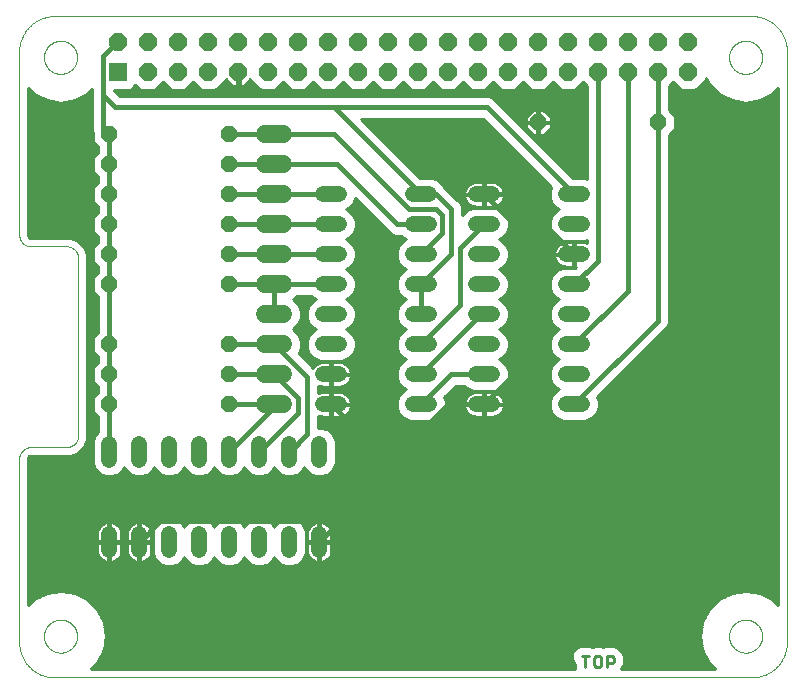
<source format=gtl>
G75*
%MOIN*%
%OFA0B0*%
%FSLAX25Y25*%
%IPPOS*%
%LPD*%
%AMOC8*
5,1,8,0,0,1.08239X$1,22.5*
%
%ADD10C,0.00000*%
%ADD11C,0.01000*%
%ADD12R,0.06000X0.06000*%
%ADD13OC8,0.06000*%
%ADD14C,0.05200*%
%ADD15C,0.06000*%
%ADD16OC8,0.05200*%
%ADD17C,0.01600*%
D10*
X0001500Y0013311D02*
X0001500Y0074335D01*
X0001502Y0074459D01*
X0001508Y0074582D01*
X0001517Y0074706D01*
X0001531Y0074828D01*
X0001548Y0074951D01*
X0001570Y0075073D01*
X0001595Y0075194D01*
X0001624Y0075314D01*
X0001656Y0075433D01*
X0001693Y0075552D01*
X0001733Y0075669D01*
X0001776Y0075784D01*
X0001824Y0075899D01*
X0001875Y0076011D01*
X0001929Y0076122D01*
X0001987Y0076232D01*
X0002048Y0076339D01*
X0002113Y0076445D01*
X0002181Y0076548D01*
X0002252Y0076649D01*
X0002326Y0076748D01*
X0002403Y0076845D01*
X0002484Y0076939D01*
X0002567Y0077030D01*
X0002653Y0077119D01*
X0002742Y0077205D01*
X0002833Y0077288D01*
X0002927Y0077369D01*
X0003024Y0077446D01*
X0003123Y0077520D01*
X0003224Y0077591D01*
X0003327Y0077659D01*
X0003433Y0077724D01*
X0003540Y0077785D01*
X0003650Y0077843D01*
X0003761Y0077897D01*
X0003873Y0077948D01*
X0003988Y0077996D01*
X0004103Y0078039D01*
X0004220Y0078079D01*
X0004339Y0078116D01*
X0004458Y0078148D01*
X0004578Y0078177D01*
X0004699Y0078202D01*
X0004821Y0078224D01*
X0004944Y0078241D01*
X0005066Y0078255D01*
X0005190Y0078264D01*
X0005313Y0078270D01*
X0005437Y0078272D01*
X0017248Y0078272D01*
X0017372Y0078274D01*
X0017495Y0078280D01*
X0017619Y0078289D01*
X0017741Y0078303D01*
X0017864Y0078320D01*
X0017986Y0078342D01*
X0018107Y0078367D01*
X0018227Y0078396D01*
X0018346Y0078428D01*
X0018465Y0078465D01*
X0018582Y0078505D01*
X0018697Y0078548D01*
X0018812Y0078596D01*
X0018924Y0078647D01*
X0019035Y0078701D01*
X0019145Y0078759D01*
X0019252Y0078820D01*
X0019358Y0078885D01*
X0019461Y0078953D01*
X0019562Y0079024D01*
X0019661Y0079098D01*
X0019758Y0079175D01*
X0019852Y0079256D01*
X0019943Y0079339D01*
X0020032Y0079425D01*
X0020118Y0079514D01*
X0020201Y0079605D01*
X0020282Y0079699D01*
X0020359Y0079796D01*
X0020433Y0079895D01*
X0020504Y0079996D01*
X0020572Y0080099D01*
X0020637Y0080205D01*
X0020698Y0080312D01*
X0020756Y0080422D01*
X0020810Y0080533D01*
X0020861Y0080645D01*
X0020909Y0080760D01*
X0020952Y0080875D01*
X0020992Y0080992D01*
X0021029Y0081111D01*
X0021061Y0081230D01*
X0021090Y0081350D01*
X0021115Y0081471D01*
X0021137Y0081593D01*
X0021154Y0081716D01*
X0021168Y0081838D01*
X0021177Y0081962D01*
X0021183Y0082085D01*
X0021185Y0082209D01*
X0021185Y0141264D01*
X0021183Y0141388D01*
X0021177Y0141511D01*
X0021168Y0141635D01*
X0021154Y0141757D01*
X0021137Y0141880D01*
X0021115Y0142002D01*
X0021090Y0142123D01*
X0021061Y0142243D01*
X0021029Y0142362D01*
X0020992Y0142481D01*
X0020952Y0142598D01*
X0020909Y0142713D01*
X0020861Y0142828D01*
X0020810Y0142940D01*
X0020756Y0143051D01*
X0020698Y0143161D01*
X0020637Y0143268D01*
X0020572Y0143374D01*
X0020504Y0143477D01*
X0020433Y0143578D01*
X0020359Y0143677D01*
X0020282Y0143774D01*
X0020201Y0143868D01*
X0020118Y0143959D01*
X0020032Y0144048D01*
X0019943Y0144134D01*
X0019852Y0144217D01*
X0019758Y0144298D01*
X0019661Y0144375D01*
X0019562Y0144449D01*
X0019461Y0144520D01*
X0019358Y0144588D01*
X0019252Y0144653D01*
X0019145Y0144714D01*
X0019035Y0144772D01*
X0018924Y0144826D01*
X0018812Y0144877D01*
X0018697Y0144925D01*
X0018582Y0144968D01*
X0018465Y0145008D01*
X0018346Y0145045D01*
X0018227Y0145077D01*
X0018107Y0145106D01*
X0017986Y0145131D01*
X0017864Y0145153D01*
X0017741Y0145170D01*
X0017619Y0145184D01*
X0017495Y0145193D01*
X0017372Y0145199D01*
X0017248Y0145201D01*
X0005437Y0145201D01*
X0005313Y0145203D01*
X0005190Y0145209D01*
X0005066Y0145218D01*
X0004944Y0145232D01*
X0004821Y0145249D01*
X0004699Y0145271D01*
X0004578Y0145296D01*
X0004458Y0145325D01*
X0004339Y0145357D01*
X0004220Y0145394D01*
X0004103Y0145434D01*
X0003988Y0145477D01*
X0003873Y0145525D01*
X0003761Y0145576D01*
X0003650Y0145630D01*
X0003540Y0145688D01*
X0003433Y0145749D01*
X0003327Y0145814D01*
X0003224Y0145882D01*
X0003123Y0145953D01*
X0003024Y0146027D01*
X0002927Y0146104D01*
X0002833Y0146185D01*
X0002742Y0146268D01*
X0002653Y0146354D01*
X0002567Y0146443D01*
X0002484Y0146534D01*
X0002403Y0146628D01*
X0002326Y0146725D01*
X0002252Y0146824D01*
X0002181Y0146925D01*
X0002113Y0147028D01*
X0002048Y0147134D01*
X0001987Y0147241D01*
X0001929Y0147351D01*
X0001875Y0147462D01*
X0001824Y0147574D01*
X0001776Y0147689D01*
X0001733Y0147804D01*
X0001693Y0147921D01*
X0001656Y0148040D01*
X0001624Y0148159D01*
X0001595Y0148279D01*
X0001570Y0148400D01*
X0001548Y0148522D01*
X0001531Y0148645D01*
X0001517Y0148767D01*
X0001508Y0148891D01*
X0001502Y0149014D01*
X0001500Y0149138D01*
X0001500Y0210161D01*
X0001503Y0210446D01*
X0001514Y0210732D01*
X0001531Y0211017D01*
X0001555Y0211301D01*
X0001586Y0211585D01*
X0001624Y0211868D01*
X0001669Y0212149D01*
X0001720Y0212430D01*
X0001778Y0212710D01*
X0001843Y0212988D01*
X0001915Y0213264D01*
X0001993Y0213538D01*
X0002078Y0213811D01*
X0002170Y0214081D01*
X0002268Y0214349D01*
X0002372Y0214615D01*
X0002483Y0214878D01*
X0002600Y0215138D01*
X0002723Y0215396D01*
X0002853Y0215650D01*
X0002989Y0215901D01*
X0003130Y0216149D01*
X0003278Y0216393D01*
X0003431Y0216634D01*
X0003591Y0216870D01*
X0003756Y0217103D01*
X0003926Y0217332D01*
X0004102Y0217557D01*
X0004284Y0217777D01*
X0004470Y0217993D01*
X0004662Y0218204D01*
X0004859Y0218411D01*
X0005061Y0218613D01*
X0005268Y0218810D01*
X0005479Y0219002D01*
X0005695Y0219188D01*
X0005915Y0219370D01*
X0006140Y0219546D01*
X0006369Y0219716D01*
X0006602Y0219881D01*
X0006838Y0220041D01*
X0007079Y0220194D01*
X0007323Y0220342D01*
X0007571Y0220483D01*
X0007822Y0220619D01*
X0008076Y0220749D01*
X0008334Y0220872D01*
X0008594Y0220989D01*
X0008857Y0221100D01*
X0009123Y0221204D01*
X0009391Y0221302D01*
X0009661Y0221394D01*
X0009934Y0221479D01*
X0010208Y0221557D01*
X0010484Y0221629D01*
X0010762Y0221694D01*
X0011042Y0221752D01*
X0011323Y0221803D01*
X0011604Y0221848D01*
X0011887Y0221886D01*
X0012171Y0221917D01*
X0012455Y0221941D01*
X0012740Y0221958D01*
X0013026Y0221969D01*
X0013311Y0221972D01*
X0245594Y0221972D01*
X0245879Y0221969D01*
X0246165Y0221958D01*
X0246450Y0221941D01*
X0246734Y0221917D01*
X0247018Y0221886D01*
X0247301Y0221848D01*
X0247582Y0221803D01*
X0247863Y0221752D01*
X0248143Y0221694D01*
X0248421Y0221629D01*
X0248697Y0221557D01*
X0248971Y0221479D01*
X0249244Y0221394D01*
X0249514Y0221302D01*
X0249782Y0221204D01*
X0250048Y0221100D01*
X0250311Y0220989D01*
X0250571Y0220872D01*
X0250829Y0220749D01*
X0251083Y0220619D01*
X0251334Y0220483D01*
X0251582Y0220342D01*
X0251826Y0220194D01*
X0252067Y0220041D01*
X0252303Y0219881D01*
X0252536Y0219716D01*
X0252765Y0219546D01*
X0252990Y0219370D01*
X0253210Y0219188D01*
X0253426Y0219002D01*
X0253637Y0218810D01*
X0253844Y0218613D01*
X0254046Y0218411D01*
X0254243Y0218204D01*
X0254435Y0217993D01*
X0254621Y0217777D01*
X0254803Y0217557D01*
X0254979Y0217332D01*
X0255149Y0217103D01*
X0255314Y0216870D01*
X0255474Y0216634D01*
X0255627Y0216393D01*
X0255775Y0216149D01*
X0255916Y0215901D01*
X0256052Y0215650D01*
X0256182Y0215396D01*
X0256305Y0215138D01*
X0256422Y0214878D01*
X0256533Y0214615D01*
X0256637Y0214349D01*
X0256735Y0214081D01*
X0256827Y0213811D01*
X0256912Y0213538D01*
X0256990Y0213264D01*
X0257062Y0212988D01*
X0257127Y0212710D01*
X0257185Y0212430D01*
X0257236Y0212149D01*
X0257281Y0211868D01*
X0257319Y0211585D01*
X0257350Y0211301D01*
X0257374Y0211017D01*
X0257391Y0210732D01*
X0257402Y0210446D01*
X0257405Y0210161D01*
X0257406Y0210161D02*
X0257406Y0013311D01*
X0257405Y0013311D02*
X0257402Y0013026D01*
X0257391Y0012740D01*
X0257374Y0012455D01*
X0257350Y0012171D01*
X0257319Y0011887D01*
X0257281Y0011604D01*
X0257236Y0011323D01*
X0257185Y0011042D01*
X0257127Y0010762D01*
X0257062Y0010484D01*
X0256990Y0010208D01*
X0256912Y0009934D01*
X0256827Y0009661D01*
X0256735Y0009391D01*
X0256637Y0009123D01*
X0256533Y0008857D01*
X0256422Y0008594D01*
X0256305Y0008334D01*
X0256182Y0008076D01*
X0256052Y0007822D01*
X0255916Y0007571D01*
X0255775Y0007323D01*
X0255627Y0007079D01*
X0255474Y0006838D01*
X0255314Y0006602D01*
X0255149Y0006369D01*
X0254979Y0006140D01*
X0254803Y0005915D01*
X0254621Y0005695D01*
X0254435Y0005479D01*
X0254243Y0005268D01*
X0254046Y0005061D01*
X0253844Y0004859D01*
X0253637Y0004662D01*
X0253426Y0004470D01*
X0253210Y0004284D01*
X0252990Y0004102D01*
X0252765Y0003926D01*
X0252536Y0003756D01*
X0252303Y0003591D01*
X0252067Y0003431D01*
X0251826Y0003278D01*
X0251582Y0003130D01*
X0251334Y0002989D01*
X0251083Y0002853D01*
X0250829Y0002723D01*
X0250571Y0002600D01*
X0250311Y0002483D01*
X0250048Y0002372D01*
X0249782Y0002268D01*
X0249514Y0002170D01*
X0249244Y0002078D01*
X0248971Y0001993D01*
X0248697Y0001915D01*
X0248421Y0001843D01*
X0248143Y0001778D01*
X0247863Y0001720D01*
X0247582Y0001669D01*
X0247301Y0001624D01*
X0247018Y0001586D01*
X0246734Y0001555D01*
X0246450Y0001531D01*
X0246165Y0001514D01*
X0245879Y0001503D01*
X0245594Y0001500D01*
X0013311Y0001500D01*
X0013026Y0001503D01*
X0012740Y0001514D01*
X0012455Y0001531D01*
X0012171Y0001555D01*
X0011887Y0001586D01*
X0011604Y0001624D01*
X0011323Y0001669D01*
X0011042Y0001720D01*
X0010762Y0001778D01*
X0010484Y0001843D01*
X0010208Y0001915D01*
X0009934Y0001993D01*
X0009661Y0002078D01*
X0009391Y0002170D01*
X0009123Y0002268D01*
X0008857Y0002372D01*
X0008594Y0002483D01*
X0008334Y0002600D01*
X0008076Y0002723D01*
X0007822Y0002853D01*
X0007571Y0002989D01*
X0007323Y0003130D01*
X0007079Y0003278D01*
X0006838Y0003431D01*
X0006602Y0003591D01*
X0006369Y0003756D01*
X0006140Y0003926D01*
X0005915Y0004102D01*
X0005695Y0004284D01*
X0005479Y0004470D01*
X0005268Y0004662D01*
X0005061Y0004859D01*
X0004859Y0005061D01*
X0004662Y0005268D01*
X0004470Y0005479D01*
X0004284Y0005695D01*
X0004102Y0005915D01*
X0003926Y0006140D01*
X0003756Y0006369D01*
X0003591Y0006602D01*
X0003431Y0006838D01*
X0003278Y0007079D01*
X0003130Y0007323D01*
X0002989Y0007571D01*
X0002853Y0007822D01*
X0002723Y0008076D01*
X0002600Y0008334D01*
X0002483Y0008594D01*
X0002372Y0008857D01*
X0002268Y0009123D01*
X0002170Y0009391D01*
X0002078Y0009661D01*
X0001993Y0009934D01*
X0001915Y0010208D01*
X0001843Y0010484D01*
X0001778Y0010762D01*
X0001720Y0011042D01*
X0001669Y0011323D01*
X0001624Y0011604D01*
X0001586Y0011887D01*
X0001555Y0012171D01*
X0001531Y0012455D01*
X0001514Y0012740D01*
X0001503Y0013026D01*
X0001500Y0013311D01*
X0009768Y0015280D02*
X0009770Y0015428D01*
X0009776Y0015576D01*
X0009786Y0015724D01*
X0009800Y0015871D01*
X0009818Y0016018D01*
X0009839Y0016164D01*
X0009865Y0016310D01*
X0009895Y0016455D01*
X0009928Y0016599D01*
X0009966Y0016742D01*
X0010007Y0016884D01*
X0010052Y0017025D01*
X0010100Y0017165D01*
X0010153Y0017304D01*
X0010209Y0017441D01*
X0010269Y0017576D01*
X0010332Y0017710D01*
X0010399Y0017842D01*
X0010470Y0017972D01*
X0010544Y0018100D01*
X0010621Y0018226D01*
X0010702Y0018350D01*
X0010786Y0018472D01*
X0010873Y0018591D01*
X0010964Y0018708D01*
X0011058Y0018823D01*
X0011154Y0018935D01*
X0011254Y0019045D01*
X0011356Y0019151D01*
X0011462Y0019255D01*
X0011570Y0019356D01*
X0011681Y0019454D01*
X0011794Y0019550D01*
X0011910Y0019642D01*
X0012028Y0019731D01*
X0012149Y0019816D01*
X0012272Y0019899D01*
X0012397Y0019978D01*
X0012524Y0020054D01*
X0012653Y0020126D01*
X0012784Y0020195D01*
X0012917Y0020260D01*
X0013052Y0020321D01*
X0013188Y0020379D01*
X0013325Y0020434D01*
X0013464Y0020484D01*
X0013605Y0020531D01*
X0013746Y0020574D01*
X0013889Y0020614D01*
X0014033Y0020649D01*
X0014177Y0020681D01*
X0014323Y0020708D01*
X0014469Y0020732D01*
X0014616Y0020752D01*
X0014763Y0020768D01*
X0014910Y0020780D01*
X0015058Y0020788D01*
X0015206Y0020792D01*
X0015354Y0020792D01*
X0015502Y0020788D01*
X0015650Y0020780D01*
X0015797Y0020768D01*
X0015944Y0020752D01*
X0016091Y0020732D01*
X0016237Y0020708D01*
X0016383Y0020681D01*
X0016527Y0020649D01*
X0016671Y0020614D01*
X0016814Y0020574D01*
X0016955Y0020531D01*
X0017096Y0020484D01*
X0017235Y0020434D01*
X0017372Y0020379D01*
X0017508Y0020321D01*
X0017643Y0020260D01*
X0017776Y0020195D01*
X0017907Y0020126D01*
X0018036Y0020054D01*
X0018163Y0019978D01*
X0018288Y0019899D01*
X0018411Y0019816D01*
X0018532Y0019731D01*
X0018650Y0019642D01*
X0018766Y0019550D01*
X0018879Y0019454D01*
X0018990Y0019356D01*
X0019098Y0019255D01*
X0019204Y0019151D01*
X0019306Y0019045D01*
X0019406Y0018935D01*
X0019502Y0018823D01*
X0019596Y0018708D01*
X0019687Y0018591D01*
X0019774Y0018472D01*
X0019858Y0018350D01*
X0019939Y0018226D01*
X0020016Y0018100D01*
X0020090Y0017972D01*
X0020161Y0017842D01*
X0020228Y0017710D01*
X0020291Y0017576D01*
X0020351Y0017441D01*
X0020407Y0017304D01*
X0020460Y0017165D01*
X0020508Y0017025D01*
X0020553Y0016884D01*
X0020594Y0016742D01*
X0020632Y0016599D01*
X0020665Y0016455D01*
X0020695Y0016310D01*
X0020721Y0016164D01*
X0020742Y0016018D01*
X0020760Y0015871D01*
X0020774Y0015724D01*
X0020784Y0015576D01*
X0020790Y0015428D01*
X0020792Y0015280D01*
X0020790Y0015132D01*
X0020784Y0014984D01*
X0020774Y0014836D01*
X0020760Y0014689D01*
X0020742Y0014542D01*
X0020721Y0014396D01*
X0020695Y0014250D01*
X0020665Y0014105D01*
X0020632Y0013961D01*
X0020594Y0013818D01*
X0020553Y0013676D01*
X0020508Y0013535D01*
X0020460Y0013395D01*
X0020407Y0013256D01*
X0020351Y0013119D01*
X0020291Y0012984D01*
X0020228Y0012850D01*
X0020161Y0012718D01*
X0020090Y0012588D01*
X0020016Y0012460D01*
X0019939Y0012334D01*
X0019858Y0012210D01*
X0019774Y0012088D01*
X0019687Y0011969D01*
X0019596Y0011852D01*
X0019502Y0011737D01*
X0019406Y0011625D01*
X0019306Y0011515D01*
X0019204Y0011409D01*
X0019098Y0011305D01*
X0018990Y0011204D01*
X0018879Y0011106D01*
X0018766Y0011010D01*
X0018650Y0010918D01*
X0018532Y0010829D01*
X0018411Y0010744D01*
X0018288Y0010661D01*
X0018163Y0010582D01*
X0018036Y0010506D01*
X0017907Y0010434D01*
X0017776Y0010365D01*
X0017643Y0010300D01*
X0017508Y0010239D01*
X0017372Y0010181D01*
X0017235Y0010126D01*
X0017096Y0010076D01*
X0016955Y0010029D01*
X0016814Y0009986D01*
X0016671Y0009946D01*
X0016527Y0009911D01*
X0016383Y0009879D01*
X0016237Y0009852D01*
X0016091Y0009828D01*
X0015944Y0009808D01*
X0015797Y0009792D01*
X0015650Y0009780D01*
X0015502Y0009772D01*
X0015354Y0009768D01*
X0015206Y0009768D01*
X0015058Y0009772D01*
X0014910Y0009780D01*
X0014763Y0009792D01*
X0014616Y0009808D01*
X0014469Y0009828D01*
X0014323Y0009852D01*
X0014177Y0009879D01*
X0014033Y0009911D01*
X0013889Y0009946D01*
X0013746Y0009986D01*
X0013605Y0010029D01*
X0013464Y0010076D01*
X0013325Y0010126D01*
X0013188Y0010181D01*
X0013052Y0010239D01*
X0012917Y0010300D01*
X0012784Y0010365D01*
X0012653Y0010434D01*
X0012524Y0010506D01*
X0012397Y0010582D01*
X0012272Y0010661D01*
X0012149Y0010744D01*
X0012028Y0010829D01*
X0011910Y0010918D01*
X0011794Y0011010D01*
X0011681Y0011106D01*
X0011570Y0011204D01*
X0011462Y0011305D01*
X0011356Y0011409D01*
X0011254Y0011515D01*
X0011154Y0011625D01*
X0011058Y0011737D01*
X0010964Y0011852D01*
X0010873Y0011969D01*
X0010786Y0012088D01*
X0010702Y0012210D01*
X0010621Y0012334D01*
X0010544Y0012460D01*
X0010470Y0012588D01*
X0010399Y0012718D01*
X0010332Y0012850D01*
X0010269Y0012984D01*
X0010209Y0013119D01*
X0010153Y0013256D01*
X0010100Y0013395D01*
X0010052Y0013535D01*
X0010007Y0013676D01*
X0009966Y0013818D01*
X0009928Y0013961D01*
X0009895Y0014105D01*
X0009865Y0014250D01*
X0009839Y0014396D01*
X0009818Y0014542D01*
X0009800Y0014689D01*
X0009786Y0014836D01*
X0009776Y0014984D01*
X0009770Y0015132D01*
X0009768Y0015280D01*
X0009768Y0208193D02*
X0009770Y0208341D01*
X0009776Y0208489D01*
X0009786Y0208637D01*
X0009800Y0208784D01*
X0009818Y0208931D01*
X0009839Y0209077D01*
X0009865Y0209223D01*
X0009895Y0209368D01*
X0009928Y0209512D01*
X0009966Y0209655D01*
X0010007Y0209797D01*
X0010052Y0209938D01*
X0010100Y0210078D01*
X0010153Y0210217D01*
X0010209Y0210354D01*
X0010269Y0210489D01*
X0010332Y0210623D01*
X0010399Y0210755D01*
X0010470Y0210885D01*
X0010544Y0211013D01*
X0010621Y0211139D01*
X0010702Y0211263D01*
X0010786Y0211385D01*
X0010873Y0211504D01*
X0010964Y0211621D01*
X0011058Y0211736D01*
X0011154Y0211848D01*
X0011254Y0211958D01*
X0011356Y0212064D01*
X0011462Y0212168D01*
X0011570Y0212269D01*
X0011681Y0212367D01*
X0011794Y0212463D01*
X0011910Y0212555D01*
X0012028Y0212644D01*
X0012149Y0212729D01*
X0012272Y0212812D01*
X0012397Y0212891D01*
X0012524Y0212967D01*
X0012653Y0213039D01*
X0012784Y0213108D01*
X0012917Y0213173D01*
X0013052Y0213234D01*
X0013188Y0213292D01*
X0013325Y0213347D01*
X0013464Y0213397D01*
X0013605Y0213444D01*
X0013746Y0213487D01*
X0013889Y0213527D01*
X0014033Y0213562D01*
X0014177Y0213594D01*
X0014323Y0213621D01*
X0014469Y0213645D01*
X0014616Y0213665D01*
X0014763Y0213681D01*
X0014910Y0213693D01*
X0015058Y0213701D01*
X0015206Y0213705D01*
X0015354Y0213705D01*
X0015502Y0213701D01*
X0015650Y0213693D01*
X0015797Y0213681D01*
X0015944Y0213665D01*
X0016091Y0213645D01*
X0016237Y0213621D01*
X0016383Y0213594D01*
X0016527Y0213562D01*
X0016671Y0213527D01*
X0016814Y0213487D01*
X0016955Y0213444D01*
X0017096Y0213397D01*
X0017235Y0213347D01*
X0017372Y0213292D01*
X0017508Y0213234D01*
X0017643Y0213173D01*
X0017776Y0213108D01*
X0017907Y0213039D01*
X0018036Y0212967D01*
X0018163Y0212891D01*
X0018288Y0212812D01*
X0018411Y0212729D01*
X0018532Y0212644D01*
X0018650Y0212555D01*
X0018766Y0212463D01*
X0018879Y0212367D01*
X0018990Y0212269D01*
X0019098Y0212168D01*
X0019204Y0212064D01*
X0019306Y0211958D01*
X0019406Y0211848D01*
X0019502Y0211736D01*
X0019596Y0211621D01*
X0019687Y0211504D01*
X0019774Y0211385D01*
X0019858Y0211263D01*
X0019939Y0211139D01*
X0020016Y0211013D01*
X0020090Y0210885D01*
X0020161Y0210755D01*
X0020228Y0210623D01*
X0020291Y0210489D01*
X0020351Y0210354D01*
X0020407Y0210217D01*
X0020460Y0210078D01*
X0020508Y0209938D01*
X0020553Y0209797D01*
X0020594Y0209655D01*
X0020632Y0209512D01*
X0020665Y0209368D01*
X0020695Y0209223D01*
X0020721Y0209077D01*
X0020742Y0208931D01*
X0020760Y0208784D01*
X0020774Y0208637D01*
X0020784Y0208489D01*
X0020790Y0208341D01*
X0020792Y0208193D01*
X0020790Y0208045D01*
X0020784Y0207897D01*
X0020774Y0207749D01*
X0020760Y0207602D01*
X0020742Y0207455D01*
X0020721Y0207309D01*
X0020695Y0207163D01*
X0020665Y0207018D01*
X0020632Y0206874D01*
X0020594Y0206731D01*
X0020553Y0206589D01*
X0020508Y0206448D01*
X0020460Y0206308D01*
X0020407Y0206169D01*
X0020351Y0206032D01*
X0020291Y0205897D01*
X0020228Y0205763D01*
X0020161Y0205631D01*
X0020090Y0205501D01*
X0020016Y0205373D01*
X0019939Y0205247D01*
X0019858Y0205123D01*
X0019774Y0205001D01*
X0019687Y0204882D01*
X0019596Y0204765D01*
X0019502Y0204650D01*
X0019406Y0204538D01*
X0019306Y0204428D01*
X0019204Y0204322D01*
X0019098Y0204218D01*
X0018990Y0204117D01*
X0018879Y0204019D01*
X0018766Y0203923D01*
X0018650Y0203831D01*
X0018532Y0203742D01*
X0018411Y0203657D01*
X0018288Y0203574D01*
X0018163Y0203495D01*
X0018036Y0203419D01*
X0017907Y0203347D01*
X0017776Y0203278D01*
X0017643Y0203213D01*
X0017508Y0203152D01*
X0017372Y0203094D01*
X0017235Y0203039D01*
X0017096Y0202989D01*
X0016955Y0202942D01*
X0016814Y0202899D01*
X0016671Y0202859D01*
X0016527Y0202824D01*
X0016383Y0202792D01*
X0016237Y0202765D01*
X0016091Y0202741D01*
X0015944Y0202721D01*
X0015797Y0202705D01*
X0015650Y0202693D01*
X0015502Y0202685D01*
X0015354Y0202681D01*
X0015206Y0202681D01*
X0015058Y0202685D01*
X0014910Y0202693D01*
X0014763Y0202705D01*
X0014616Y0202721D01*
X0014469Y0202741D01*
X0014323Y0202765D01*
X0014177Y0202792D01*
X0014033Y0202824D01*
X0013889Y0202859D01*
X0013746Y0202899D01*
X0013605Y0202942D01*
X0013464Y0202989D01*
X0013325Y0203039D01*
X0013188Y0203094D01*
X0013052Y0203152D01*
X0012917Y0203213D01*
X0012784Y0203278D01*
X0012653Y0203347D01*
X0012524Y0203419D01*
X0012397Y0203495D01*
X0012272Y0203574D01*
X0012149Y0203657D01*
X0012028Y0203742D01*
X0011910Y0203831D01*
X0011794Y0203923D01*
X0011681Y0204019D01*
X0011570Y0204117D01*
X0011462Y0204218D01*
X0011356Y0204322D01*
X0011254Y0204428D01*
X0011154Y0204538D01*
X0011058Y0204650D01*
X0010964Y0204765D01*
X0010873Y0204882D01*
X0010786Y0205001D01*
X0010702Y0205123D01*
X0010621Y0205247D01*
X0010544Y0205373D01*
X0010470Y0205501D01*
X0010399Y0205631D01*
X0010332Y0205763D01*
X0010269Y0205897D01*
X0010209Y0206032D01*
X0010153Y0206169D01*
X0010100Y0206308D01*
X0010052Y0206448D01*
X0010007Y0206589D01*
X0009966Y0206731D01*
X0009928Y0206874D01*
X0009895Y0207018D01*
X0009865Y0207163D01*
X0009839Y0207309D01*
X0009818Y0207455D01*
X0009800Y0207602D01*
X0009786Y0207749D01*
X0009776Y0207897D01*
X0009770Y0208045D01*
X0009768Y0208193D01*
X0238114Y0208193D02*
X0238116Y0208341D01*
X0238122Y0208489D01*
X0238132Y0208637D01*
X0238146Y0208784D01*
X0238164Y0208931D01*
X0238185Y0209077D01*
X0238211Y0209223D01*
X0238241Y0209368D01*
X0238274Y0209512D01*
X0238312Y0209655D01*
X0238353Y0209797D01*
X0238398Y0209938D01*
X0238446Y0210078D01*
X0238499Y0210217D01*
X0238555Y0210354D01*
X0238615Y0210489D01*
X0238678Y0210623D01*
X0238745Y0210755D01*
X0238816Y0210885D01*
X0238890Y0211013D01*
X0238967Y0211139D01*
X0239048Y0211263D01*
X0239132Y0211385D01*
X0239219Y0211504D01*
X0239310Y0211621D01*
X0239404Y0211736D01*
X0239500Y0211848D01*
X0239600Y0211958D01*
X0239702Y0212064D01*
X0239808Y0212168D01*
X0239916Y0212269D01*
X0240027Y0212367D01*
X0240140Y0212463D01*
X0240256Y0212555D01*
X0240374Y0212644D01*
X0240495Y0212729D01*
X0240618Y0212812D01*
X0240743Y0212891D01*
X0240870Y0212967D01*
X0240999Y0213039D01*
X0241130Y0213108D01*
X0241263Y0213173D01*
X0241398Y0213234D01*
X0241534Y0213292D01*
X0241671Y0213347D01*
X0241810Y0213397D01*
X0241951Y0213444D01*
X0242092Y0213487D01*
X0242235Y0213527D01*
X0242379Y0213562D01*
X0242523Y0213594D01*
X0242669Y0213621D01*
X0242815Y0213645D01*
X0242962Y0213665D01*
X0243109Y0213681D01*
X0243256Y0213693D01*
X0243404Y0213701D01*
X0243552Y0213705D01*
X0243700Y0213705D01*
X0243848Y0213701D01*
X0243996Y0213693D01*
X0244143Y0213681D01*
X0244290Y0213665D01*
X0244437Y0213645D01*
X0244583Y0213621D01*
X0244729Y0213594D01*
X0244873Y0213562D01*
X0245017Y0213527D01*
X0245160Y0213487D01*
X0245301Y0213444D01*
X0245442Y0213397D01*
X0245581Y0213347D01*
X0245718Y0213292D01*
X0245854Y0213234D01*
X0245989Y0213173D01*
X0246122Y0213108D01*
X0246253Y0213039D01*
X0246382Y0212967D01*
X0246509Y0212891D01*
X0246634Y0212812D01*
X0246757Y0212729D01*
X0246878Y0212644D01*
X0246996Y0212555D01*
X0247112Y0212463D01*
X0247225Y0212367D01*
X0247336Y0212269D01*
X0247444Y0212168D01*
X0247550Y0212064D01*
X0247652Y0211958D01*
X0247752Y0211848D01*
X0247848Y0211736D01*
X0247942Y0211621D01*
X0248033Y0211504D01*
X0248120Y0211385D01*
X0248204Y0211263D01*
X0248285Y0211139D01*
X0248362Y0211013D01*
X0248436Y0210885D01*
X0248507Y0210755D01*
X0248574Y0210623D01*
X0248637Y0210489D01*
X0248697Y0210354D01*
X0248753Y0210217D01*
X0248806Y0210078D01*
X0248854Y0209938D01*
X0248899Y0209797D01*
X0248940Y0209655D01*
X0248978Y0209512D01*
X0249011Y0209368D01*
X0249041Y0209223D01*
X0249067Y0209077D01*
X0249088Y0208931D01*
X0249106Y0208784D01*
X0249120Y0208637D01*
X0249130Y0208489D01*
X0249136Y0208341D01*
X0249138Y0208193D01*
X0249136Y0208045D01*
X0249130Y0207897D01*
X0249120Y0207749D01*
X0249106Y0207602D01*
X0249088Y0207455D01*
X0249067Y0207309D01*
X0249041Y0207163D01*
X0249011Y0207018D01*
X0248978Y0206874D01*
X0248940Y0206731D01*
X0248899Y0206589D01*
X0248854Y0206448D01*
X0248806Y0206308D01*
X0248753Y0206169D01*
X0248697Y0206032D01*
X0248637Y0205897D01*
X0248574Y0205763D01*
X0248507Y0205631D01*
X0248436Y0205501D01*
X0248362Y0205373D01*
X0248285Y0205247D01*
X0248204Y0205123D01*
X0248120Y0205001D01*
X0248033Y0204882D01*
X0247942Y0204765D01*
X0247848Y0204650D01*
X0247752Y0204538D01*
X0247652Y0204428D01*
X0247550Y0204322D01*
X0247444Y0204218D01*
X0247336Y0204117D01*
X0247225Y0204019D01*
X0247112Y0203923D01*
X0246996Y0203831D01*
X0246878Y0203742D01*
X0246757Y0203657D01*
X0246634Y0203574D01*
X0246509Y0203495D01*
X0246382Y0203419D01*
X0246253Y0203347D01*
X0246122Y0203278D01*
X0245989Y0203213D01*
X0245854Y0203152D01*
X0245718Y0203094D01*
X0245581Y0203039D01*
X0245442Y0202989D01*
X0245301Y0202942D01*
X0245160Y0202899D01*
X0245017Y0202859D01*
X0244873Y0202824D01*
X0244729Y0202792D01*
X0244583Y0202765D01*
X0244437Y0202741D01*
X0244290Y0202721D01*
X0244143Y0202705D01*
X0243996Y0202693D01*
X0243848Y0202685D01*
X0243700Y0202681D01*
X0243552Y0202681D01*
X0243404Y0202685D01*
X0243256Y0202693D01*
X0243109Y0202705D01*
X0242962Y0202721D01*
X0242815Y0202741D01*
X0242669Y0202765D01*
X0242523Y0202792D01*
X0242379Y0202824D01*
X0242235Y0202859D01*
X0242092Y0202899D01*
X0241951Y0202942D01*
X0241810Y0202989D01*
X0241671Y0203039D01*
X0241534Y0203094D01*
X0241398Y0203152D01*
X0241263Y0203213D01*
X0241130Y0203278D01*
X0240999Y0203347D01*
X0240870Y0203419D01*
X0240743Y0203495D01*
X0240618Y0203574D01*
X0240495Y0203657D01*
X0240374Y0203742D01*
X0240256Y0203831D01*
X0240140Y0203923D01*
X0240027Y0204019D01*
X0239916Y0204117D01*
X0239808Y0204218D01*
X0239702Y0204322D01*
X0239600Y0204428D01*
X0239500Y0204538D01*
X0239404Y0204650D01*
X0239310Y0204765D01*
X0239219Y0204882D01*
X0239132Y0205001D01*
X0239048Y0205123D01*
X0238967Y0205247D01*
X0238890Y0205373D01*
X0238816Y0205501D01*
X0238745Y0205631D01*
X0238678Y0205763D01*
X0238615Y0205897D01*
X0238555Y0206032D01*
X0238499Y0206169D01*
X0238446Y0206308D01*
X0238398Y0206448D01*
X0238353Y0206589D01*
X0238312Y0206731D01*
X0238274Y0206874D01*
X0238241Y0207018D01*
X0238211Y0207163D01*
X0238185Y0207309D01*
X0238164Y0207455D01*
X0238146Y0207602D01*
X0238132Y0207749D01*
X0238122Y0207897D01*
X0238116Y0208045D01*
X0238114Y0208193D01*
X0238114Y0015280D02*
X0238116Y0015428D01*
X0238122Y0015576D01*
X0238132Y0015724D01*
X0238146Y0015871D01*
X0238164Y0016018D01*
X0238185Y0016164D01*
X0238211Y0016310D01*
X0238241Y0016455D01*
X0238274Y0016599D01*
X0238312Y0016742D01*
X0238353Y0016884D01*
X0238398Y0017025D01*
X0238446Y0017165D01*
X0238499Y0017304D01*
X0238555Y0017441D01*
X0238615Y0017576D01*
X0238678Y0017710D01*
X0238745Y0017842D01*
X0238816Y0017972D01*
X0238890Y0018100D01*
X0238967Y0018226D01*
X0239048Y0018350D01*
X0239132Y0018472D01*
X0239219Y0018591D01*
X0239310Y0018708D01*
X0239404Y0018823D01*
X0239500Y0018935D01*
X0239600Y0019045D01*
X0239702Y0019151D01*
X0239808Y0019255D01*
X0239916Y0019356D01*
X0240027Y0019454D01*
X0240140Y0019550D01*
X0240256Y0019642D01*
X0240374Y0019731D01*
X0240495Y0019816D01*
X0240618Y0019899D01*
X0240743Y0019978D01*
X0240870Y0020054D01*
X0240999Y0020126D01*
X0241130Y0020195D01*
X0241263Y0020260D01*
X0241398Y0020321D01*
X0241534Y0020379D01*
X0241671Y0020434D01*
X0241810Y0020484D01*
X0241951Y0020531D01*
X0242092Y0020574D01*
X0242235Y0020614D01*
X0242379Y0020649D01*
X0242523Y0020681D01*
X0242669Y0020708D01*
X0242815Y0020732D01*
X0242962Y0020752D01*
X0243109Y0020768D01*
X0243256Y0020780D01*
X0243404Y0020788D01*
X0243552Y0020792D01*
X0243700Y0020792D01*
X0243848Y0020788D01*
X0243996Y0020780D01*
X0244143Y0020768D01*
X0244290Y0020752D01*
X0244437Y0020732D01*
X0244583Y0020708D01*
X0244729Y0020681D01*
X0244873Y0020649D01*
X0245017Y0020614D01*
X0245160Y0020574D01*
X0245301Y0020531D01*
X0245442Y0020484D01*
X0245581Y0020434D01*
X0245718Y0020379D01*
X0245854Y0020321D01*
X0245989Y0020260D01*
X0246122Y0020195D01*
X0246253Y0020126D01*
X0246382Y0020054D01*
X0246509Y0019978D01*
X0246634Y0019899D01*
X0246757Y0019816D01*
X0246878Y0019731D01*
X0246996Y0019642D01*
X0247112Y0019550D01*
X0247225Y0019454D01*
X0247336Y0019356D01*
X0247444Y0019255D01*
X0247550Y0019151D01*
X0247652Y0019045D01*
X0247752Y0018935D01*
X0247848Y0018823D01*
X0247942Y0018708D01*
X0248033Y0018591D01*
X0248120Y0018472D01*
X0248204Y0018350D01*
X0248285Y0018226D01*
X0248362Y0018100D01*
X0248436Y0017972D01*
X0248507Y0017842D01*
X0248574Y0017710D01*
X0248637Y0017576D01*
X0248697Y0017441D01*
X0248753Y0017304D01*
X0248806Y0017165D01*
X0248854Y0017025D01*
X0248899Y0016884D01*
X0248940Y0016742D01*
X0248978Y0016599D01*
X0249011Y0016455D01*
X0249041Y0016310D01*
X0249067Y0016164D01*
X0249088Y0016018D01*
X0249106Y0015871D01*
X0249120Y0015724D01*
X0249130Y0015576D01*
X0249136Y0015428D01*
X0249138Y0015280D01*
X0249136Y0015132D01*
X0249130Y0014984D01*
X0249120Y0014836D01*
X0249106Y0014689D01*
X0249088Y0014542D01*
X0249067Y0014396D01*
X0249041Y0014250D01*
X0249011Y0014105D01*
X0248978Y0013961D01*
X0248940Y0013818D01*
X0248899Y0013676D01*
X0248854Y0013535D01*
X0248806Y0013395D01*
X0248753Y0013256D01*
X0248697Y0013119D01*
X0248637Y0012984D01*
X0248574Y0012850D01*
X0248507Y0012718D01*
X0248436Y0012588D01*
X0248362Y0012460D01*
X0248285Y0012334D01*
X0248204Y0012210D01*
X0248120Y0012088D01*
X0248033Y0011969D01*
X0247942Y0011852D01*
X0247848Y0011737D01*
X0247752Y0011625D01*
X0247652Y0011515D01*
X0247550Y0011409D01*
X0247444Y0011305D01*
X0247336Y0011204D01*
X0247225Y0011106D01*
X0247112Y0011010D01*
X0246996Y0010918D01*
X0246878Y0010829D01*
X0246757Y0010744D01*
X0246634Y0010661D01*
X0246509Y0010582D01*
X0246382Y0010506D01*
X0246253Y0010434D01*
X0246122Y0010365D01*
X0245989Y0010300D01*
X0245854Y0010239D01*
X0245718Y0010181D01*
X0245581Y0010126D01*
X0245442Y0010076D01*
X0245301Y0010029D01*
X0245160Y0009986D01*
X0245017Y0009946D01*
X0244873Y0009911D01*
X0244729Y0009879D01*
X0244583Y0009852D01*
X0244437Y0009828D01*
X0244290Y0009808D01*
X0244143Y0009792D01*
X0243996Y0009780D01*
X0243848Y0009772D01*
X0243700Y0009768D01*
X0243552Y0009768D01*
X0243404Y0009772D01*
X0243256Y0009780D01*
X0243109Y0009792D01*
X0242962Y0009808D01*
X0242815Y0009828D01*
X0242669Y0009852D01*
X0242523Y0009879D01*
X0242379Y0009911D01*
X0242235Y0009946D01*
X0242092Y0009986D01*
X0241951Y0010029D01*
X0241810Y0010076D01*
X0241671Y0010126D01*
X0241534Y0010181D01*
X0241398Y0010239D01*
X0241263Y0010300D01*
X0241130Y0010365D01*
X0240999Y0010434D01*
X0240870Y0010506D01*
X0240743Y0010582D01*
X0240618Y0010661D01*
X0240495Y0010744D01*
X0240374Y0010829D01*
X0240256Y0010918D01*
X0240140Y0011010D01*
X0240027Y0011106D01*
X0239916Y0011204D01*
X0239808Y0011305D01*
X0239702Y0011409D01*
X0239600Y0011515D01*
X0239500Y0011625D01*
X0239404Y0011737D01*
X0239310Y0011852D01*
X0239219Y0011969D01*
X0239132Y0012088D01*
X0239048Y0012210D01*
X0238967Y0012334D01*
X0238890Y0012460D01*
X0238816Y0012588D01*
X0238745Y0012718D01*
X0238678Y0012850D01*
X0238615Y0012984D01*
X0238555Y0013119D01*
X0238499Y0013256D01*
X0238446Y0013395D01*
X0238398Y0013535D01*
X0238353Y0013676D01*
X0238312Y0013818D01*
X0238274Y0013961D01*
X0238241Y0014105D01*
X0238211Y0014250D01*
X0238185Y0014396D01*
X0238164Y0014542D01*
X0238146Y0014689D01*
X0238132Y0014836D01*
X0238122Y0014984D01*
X0238116Y0015132D01*
X0238114Y0015280D01*
D11*
X0228711Y0016478D02*
X0030194Y0016478D01*
X0030036Y0017476D02*
X0228869Y0017476D01*
X0229027Y0018475D02*
X0029878Y0018475D01*
X0029720Y0019473D02*
X0229185Y0019473D01*
X0229261Y0019947D02*
X0228521Y0015280D01*
X0229261Y0010612D01*
X0231406Y0006401D01*
X0233407Y0004400D01*
X0202126Y0004400D01*
X0202557Y0004831D01*
X0203075Y0006081D01*
X0203075Y0008601D01*
X0202557Y0009851D01*
X0201601Y0010807D01*
X0201017Y0011391D01*
X0199767Y0011909D01*
X0196663Y0011909D01*
X0196143Y0011694D01*
X0195624Y0011909D01*
X0194456Y0011909D01*
X0193772Y0011909D01*
X0193103Y0011909D01*
X0192785Y0011777D01*
X0192584Y0011694D01*
X0192064Y0011909D01*
X0188376Y0011909D01*
X0187126Y0011391D01*
X0186170Y0010435D01*
X0185652Y0009185D01*
X0185652Y0007833D01*
X0186170Y0006583D01*
X0186820Y0005933D01*
X0186820Y0004400D01*
X0025498Y0004400D01*
X0027499Y0006401D01*
X0029645Y0010612D01*
X0030384Y0015280D01*
X0029645Y0019947D01*
X0027499Y0024158D01*
X0024158Y0027499D01*
X0019947Y0029645D01*
X0015280Y0030384D01*
X0010612Y0029645D01*
X0006401Y0027499D01*
X0004400Y0025498D01*
X0004400Y0074335D01*
X0004420Y0074537D01*
X0004575Y0074911D01*
X0004861Y0075197D01*
X0005235Y0075352D01*
X0005437Y0075372D01*
X0018608Y0075372D01*
X0021121Y0076413D01*
X0023044Y0078336D01*
X0024085Y0080849D01*
X0024085Y0142624D01*
X0023044Y0145137D01*
X0021121Y0147060D01*
X0021121Y0147060D01*
X0018608Y0148101D01*
X0005437Y0148101D01*
X0005235Y0148121D01*
X0004861Y0148276D01*
X0004575Y0148562D01*
X0004420Y0148935D01*
X0004400Y0149138D01*
X0004400Y0197974D01*
X0006401Y0195973D01*
X0010612Y0193827D01*
X0015280Y0193088D01*
X0019947Y0193827D01*
X0024158Y0195973D01*
X0025800Y0197615D01*
X0025800Y0183764D01*
X0026000Y0183281D01*
X0026000Y0180222D01*
X0027800Y0178422D01*
X0027800Y0176578D01*
X0026000Y0174778D01*
X0026000Y0170222D01*
X0027800Y0168422D01*
X0027800Y0166578D01*
X0026000Y0164778D01*
X0026000Y0160222D01*
X0027800Y0158422D01*
X0027800Y0156578D01*
X0026000Y0154778D01*
X0026000Y0150222D01*
X0027800Y0148422D01*
X0027800Y0146578D01*
X0026000Y0144778D01*
X0026000Y0140222D01*
X0027800Y0138422D01*
X0027800Y0136578D01*
X0026000Y0134778D01*
X0026000Y0130222D01*
X0027800Y0128422D01*
X0027800Y0116578D01*
X0026000Y0114778D01*
X0026000Y0110222D01*
X0027800Y0108422D01*
X0027800Y0106578D01*
X0026000Y0104778D01*
X0026000Y0100222D01*
X0027800Y0098422D01*
X0027800Y0096578D01*
X0026000Y0094778D01*
X0026000Y0090222D01*
X0027800Y0088422D01*
X0027800Y0083304D01*
X0026829Y0082334D01*
X0025992Y0080312D01*
X0025992Y0072924D01*
X0026829Y0070903D01*
X0028377Y0069355D01*
X0030398Y0068518D01*
X0032586Y0068518D01*
X0034608Y0069355D01*
X0036155Y0070903D01*
X0036492Y0071717D01*
X0036829Y0070903D01*
X0038377Y0069355D01*
X0040398Y0068518D01*
X0042586Y0068518D01*
X0044608Y0069355D01*
X0046155Y0070903D01*
X0046492Y0071717D01*
X0046829Y0070903D01*
X0048377Y0069355D01*
X0050398Y0068518D01*
X0052586Y0068518D01*
X0054608Y0069355D01*
X0056155Y0070903D01*
X0056492Y0071717D01*
X0056829Y0070903D01*
X0058377Y0069355D01*
X0060398Y0068518D01*
X0062586Y0068518D01*
X0064608Y0069355D01*
X0066155Y0070903D01*
X0066492Y0071717D01*
X0066829Y0070903D01*
X0068377Y0069355D01*
X0070398Y0068518D01*
X0072586Y0068518D01*
X0074608Y0069355D01*
X0076155Y0070903D01*
X0076492Y0071717D01*
X0076829Y0070903D01*
X0078377Y0069355D01*
X0080398Y0068518D01*
X0082586Y0068518D01*
X0084608Y0069355D01*
X0086155Y0070903D01*
X0086492Y0071717D01*
X0086829Y0070903D01*
X0088377Y0069355D01*
X0090398Y0068518D01*
X0092586Y0068518D01*
X0094608Y0069355D01*
X0096155Y0070903D01*
X0096492Y0071717D01*
X0096829Y0070903D01*
X0098377Y0069355D01*
X0100398Y0068518D01*
X0102586Y0068518D01*
X0104608Y0069355D01*
X0106155Y0070903D01*
X0106992Y0072924D01*
X0106992Y0080312D01*
X0106155Y0082334D01*
X0104608Y0083881D01*
X0102586Y0084718D01*
X0101200Y0084718D01*
X0101200Y0088765D01*
X0101326Y0088700D01*
X0101940Y0088501D01*
X0102577Y0088400D01*
X0105200Y0088400D01*
X0105200Y0092200D01*
X0105800Y0092200D01*
X0105800Y0092800D01*
X0105200Y0092800D01*
X0105200Y0096600D01*
X0102577Y0096600D01*
X0101940Y0096499D01*
X0101326Y0096300D01*
X0101200Y0096235D01*
X0101200Y0098765D01*
X0101326Y0098700D01*
X0101940Y0098501D01*
X0102577Y0098400D01*
X0105200Y0098400D01*
X0105200Y0102200D01*
X0105800Y0102200D01*
X0105800Y0102800D01*
X0105200Y0102800D01*
X0105200Y0106600D01*
X0102577Y0106600D01*
X0101940Y0106499D01*
X0101326Y0106300D01*
X0100751Y0106007D01*
X0100229Y0105627D01*
X0099773Y0105171D01*
X0099473Y0104759D01*
X0094670Y0109563D01*
X0095400Y0111326D01*
X0095400Y0113674D01*
X0094502Y0115842D01*
X0092844Y0117500D01*
X0094502Y0119158D01*
X0095400Y0121326D01*
X0095400Y0123674D01*
X0094502Y0125842D01*
X0092844Y0127500D01*
X0094144Y0128800D01*
X0098822Y0128800D01*
X0099784Y0127837D01*
X0100599Y0127500D01*
X0099784Y0127163D01*
X0098237Y0125615D01*
X0097400Y0123594D01*
X0097400Y0121406D01*
X0098237Y0119384D01*
X0099784Y0117837D01*
X0100599Y0117500D01*
X0099784Y0117163D01*
X0098237Y0115615D01*
X0097400Y0113594D01*
X0097400Y0111406D01*
X0098237Y0109384D01*
X0099784Y0107837D01*
X0101806Y0107000D01*
X0109194Y0107000D01*
X0111215Y0107837D01*
X0112763Y0109384D01*
X0113600Y0111406D01*
X0113600Y0113594D01*
X0112763Y0115615D01*
X0111215Y0117163D01*
X0110401Y0117500D01*
X0111215Y0117837D01*
X0112763Y0119384D01*
X0113600Y0121406D01*
X0113600Y0123594D01*
X0112763Y0125615D01*
X0111215Y0127163D01*
X0110401Y0127500D01*
X0111215Y0127837D01*
X0112763Y0129384D01*
X0113600Y0131406D01*
X0113600Y0133594D01*
X0112763Y0135615D01*
X0111215Y0137163D01*
X0110401Y0137500D01*
X0111215Y0137837D01*
X0112763Y0139384D01*
X0113600Y0141406D01*
X0113600Y0143594D01*
X0112763Y0145615D01*
X0111215Y0147163D01*
X0110401Y0147500D01*
X0111215Y0147837D01*
X0112763Y0149384D01*
X0113600Y0151406D01*
X0113600Y0153594D01*
X0112763Y0155615D01*
X0111215Y0157163D01*
X0110401Y0157500D01*
X0111215Y0157837D01*
X0112763Y0159384D01*
X0113530Y0161237D01*
X0124363Y0150404D01*
X0125404Y0149363D01*
X0126764Y0148800D01*
X0128822Y0148800D01*
X0129784Y0147837D01*
X0130599Y0147500D01*
X0129784Y0147163D01*
X0128237Y0145615D01*
X0127400Y0143594D01*
X0127400Y0141406D01*
X0128237Y0139384D01*
X0129784Y0137837D01*
X0130599Y0137500D01*
X0129784Y0137163D01*
X0128237Y0135615D01*
X0127400Y0133594D01*
X0127400Y0131406D01*
X0128237Y0129384D01*
X0129784Y0127837D01*
X0130599Y0127500D01*
X0129784Y0127163D01*
X0128237Y0125615D01*
X0127400Y0123594D01*
X0127400Y0121406D01*
X0128237Y0119384D01*
X0129784Y0117837D01*
X0130599Y0117500D01*
X0129784Y0117163D01*
X0128237Y0115615D01*
X0127400Y0113594D01*
X0127400Y0111406D01*
X0128237Y0109384D01*
X0129784Y0107837D01*
X0130599Y0107500D01*
X0129784Y0107163D01*
X0128237Y0105615D01*
X0127400Y0103594D01*
X0127400Y0101406D01*
X0128237Y0099384D01*
X0129784Y0097837D01*
X0130599Y0097500D01*
X0129784Y0097163D01*
X0128237Y0095615D01*
X0127400Y0093594D01*
X0127400Y0091406D01*
X0128237Y0089384D01*
X0129784Y0087837D01*
X0131806Y0087000D01*
X0139194Y0087000D01*
X0141215Y0087837D01*
X0142763Y0089384D01*
X0143600Y0091406D01*
X0143600Y0093594D01*
X0143081Y0094848D01*
X0147033Y0098800D01*
X0149822Y0098800D01*
X0150784Y0097837D01*
X0152806Y0097000D01*
X0160194Y0097000D01*
X0162215Y0097837D01*
X0163763Y0099384D01*
X0164600Y0101406D01*
X0164600Y0103594D01*
X0163763Y0105615D01*
X0162215Y0107163D01*
X0161401Y0107500D01*
X0162215Y0107837D01*
X0163763Y0109384D01*
X0164600Y0111406D01*
X0164600Y0113594D01*
X0163763Y0115615D01*
X0162215Y0117163D01*
X0161401Y0117500D01*
X0162215Y0117837D01*
X0163763Y0119384D01*
X0164600Y0121406D01*
X0164600Y0123594D01*
X0163763Y0125615D01*
X0162215Y0127163D01*
X0161401Y0127500D01*
X0162215Y0127837D01*
X0163763Y0129384D01*
X0164600Y0131406D01*
X0164600Y0133594D01*
X0163763Y0135615D01*
X0162215Y0137163D01*
X0161401Y0137500D01*
X0162215Y0137837D01*
X0163763Y0139384D01*
X0164600Y0141406D01*
X0164600Y0143594D01*
X0163763Y0145615D01*
X0162215Y0147163D01*
X0161401Y0147500D01*
X0162215Y0147837D01*
X0163763Y0149384D01*
X0164600Y0151406D01*
X0164600Y0153594D01*
X0163763Y0155615D01*
X0162215Y0157163D01*
X0160194Y0158000D01*
X0152806Y0158000D01*
X0150784Y0157163D01*
X0149237Y0155615D01*
X0149200Y0155525D01*
X0149200Y0158236D01*
X0148637Y0159596D01*
X0147596Y0160637D01*
X0142866Y0165367D01*
X0142763Y0165615D01*
X0141215Y0167163D01*
X0139194Y0168000D01*
X0135233Y0168000D01*
X0115433Y0187800D01*
X0155967Y0187800D01*
X0178919Y0164848D01*
X0178400Y0163594D01*
X0178400Y0161406D01*
X0179237Y0159384D01*
X0180784Y0157837D01*
X0181599Y0157500D01*
X0180784Y0157163D01*
X0179237Y0155615D01*
X0178400Y0153594D01*
X0178400Y0151406D01*
X0179237Y0149384D01*
X0180784Y0147837D01*
X0182806Y0147000D01*
X0190194Y0147000D01*
X0190753Y0147231D01*
X0190753Y0146259D01*
X0190674Y0146300D01*
X0190060Y0146499D01*
X0189423Y0146600D01*
X0186800Y0146600D01*
X0186800Y0142800D01*
X0186200Y0142800D01*
X0186200Y0146600D01*
X0183577Y0146600D01*
X0182940Y0146499D01*
X0182326Y0146300D01*
X0181751Y0146007D01*
X0181229Y0145627D01*
X0180773Y0145171D01*
X0180393Y0144649D01*
X0180100Y0144074D01*
X0179901Y0143460D01*
X0179800Y0142823D01*
X0179800Y0142800D01*
X0186200Y0142800D01*
X0186200Y0142200D01*
X0186800Y0142200D01*
X0186800Y0138400D01*
X0187167Y0138400D01*
X0186767Y0138000D01*
X0182806Y0138000D01*
X0180784Y0137163D01*
X0179237Y0135615D01*
X0178400Y0133594D01*
X0178400Y0131406D01*
X0179237Y0129384D01*
X0180784Y0127837D01*
X0181599Y0127500D01*
X0180784Y0127163D01*
X0179237Y0125615D01*
X0178400Y0123594D01*
X0178400Y0121406D01*
X0179237Y0119384D01*
X0180784Y0117837D01*
X0181599Y0117500D01*
X0180784Y0117163D01*
X0179237Y0115615D01*
X0178400Y0113594D01*
X0178400Y0111406D01*
X0179237Y0109384D01*
X0180784Y0107837D01*
X0181599Y0107500D01*
X0180784Y0107163D01*
X0179237Y0105615D01*
X0178400Y0103594D01*
X0178400Y0101406D01*
X0179237Y0099384D01*
X0180784Y0097837D01*
X0181599Y0097500D01*
X0180784Y0097163D01*
X0179237Y0095615D01*
X0178400Y0093594D01*
X0178400Y0091406D01*
X0179237Y0089384D01*
X0180784Y0087837D01*
X0182806Y0087000D01*
X0190194Y0087000D01*
X0192215Y0087837D01*
X0193763Y0089384D01*
X0194600Y0091406D01*
X0194600Y0093594D01*
X0194081Y0094848D01*
X0217589Y0118357D01*
X0218153Y0119717D01*
X0218153Y0182375D01*
X0220000Y0184222D01*
X0220000Y0188778D01*
X0218153Y0190625D01*
X0218153Y0198549D01*
X0219453Y0199849D01*
X0222009Y0197293D01*
X0226897Y0197293D01*
X0230353Y0200749D01*
X0230353Y0201382D01*
X0231406Y0199315D01*
X0234748Y0195973D01*
X0238958Y0193827D01*
X0243626Y0193088D01*
X0248294Y0193827D01*
X0252504Y0195973D01*
X0254506Y0197974D01*
X0254506Y0025498D01*
X0252504Y0027499D01*
X0248294Y0029645D01*
X0243626Y0030384D01*
X0238958Y0029645D01*
X0234748Y0027499D01*
X0231406Y0024158D01*
X0229261Y0019947D01*
X0229528Y0020472D02*
X0029378Y0020472D01*
X0028869Y0021470D02*
X0230037Y0021470D01*
X0230545Y0022469D02*
X0028360Y0022469D01*
X0027851Y0023467D02*
X0231054Y0023467D01*
X0231714Y0024466D02*
X0027192Y0024466D01*
X0026193Y0025464D02*
X0232712Y0025464D01*
X0233711Y0026463D02*
X0025195Y0026463D01*
X0024196Y0027461D02*
X0234709Y0027461D01*
X0236632Y0028460D02*
X0022273Y0028460D01*
X0020313Y0029458D02*
X0238592Y0029458D01*
X0248660Y0029458D02*
X0254506Y0029458D01*
X0254506Y0028460D02*
X0250620Y0028460D01*
X0252543Y0027461D02*
X0254506Y0027461D01*
X0254506Y0026463D02*
X0253541Y0026463D01*
X0254506Y0030457D02*
X0004400Y0030457D01*
X0004400Y0031455D02*
X0254506Y0031455D01*
X0254506Y0032454D02*
X0004400Y0032454D01*
X0004400Y0033452D02*
X0254506Y0033452D01*
X0254506Y0034451D02*
X0004400Y0034451D01*
X0004400Y0035449D02*
X0254506Y0035449D01*
X0254506Y0036448D02*
X0004400Y0036448D01*
X0004400Y0037446D02*
X0254506Y0037446D01*
X0254506Y0038445D02*
X0004400Y0038445D01*
X0004400Y0039443D02*
X0048289Y0039443D01*
X0048377Y0039355D02*
X0050398Y0038518D01*
X0052586Y0038518D01*
X0054608Y0039355D01*
X0056155Y0040903D01*
X0056492Y0041717D01*
X0056829Y0040903D01*
X0058377Y0039355D01*
X0060398Y0038518D01*
X0062586Y0038518D01*
X0064608Y0039355D01*
X0066155Y0040903D01*
X0066492Y0041717D01*
X0066829Y0040903D01*
X0068377Y0039355D01*
X0070398Y0038518D01*
X0072586Y0038518D01*
X0074608Y0039355D01*
X0076155Y0040903D01*
X0076492Y0041717D01*
X0076829Y0040903D01*
X0078377Y0039355D01*
X0080398Y0038518D01*
X0082586Y0038518D01*
X0084608Y0039355D01*
X0086155Y0040903D01*
X0086492Y0041717D01*
X0086829Y0040903D01*
X0088377Y0039355D01*
X0090398Y0038518D01*
X0092586Y0038518D01*
X0094608Y0039355D01*
X0096155Y0040903D01*
X0096992Y0042924D01*
X0096992Y0050312D01*
X0096155Y0052334D01*
X0094608Y0053881D01*
X0092586Y0054718D01*
X0090398Y0054718D01*
X0088377Y0053881D01*
X0086829Y0052334D01*
X0086492Y0051519D01*
X0086155Y0052334D01*
X0084608Y0053881D01*
X0082586Y0054718D01*
X0080398Y0054718D01*
X0078377Y0053881D01*
X0076829Y0052334D01*
X0076492Y0051519D01*
X0076155Y0052334D01*
X0074608Y0053881D01*
X0072586Y0054718D01*
X0070398Y0054718D01*
X0068377Y0053881D01*
X0066829Y0052334D01*
X0066492Y0051519D01*
X0066155Y0052334D01*
X0064608Y0053881D01*
X0062586Y0054718D01*
X0060398Y0054718D01*
X0058377Y0053881D01*
X0056829Y0052334D01*
X0056492Y0051519D01*
X0056155Y0052334D01*
X0054608Y0053881D01*
X0052586Y0054718D01*
X0050398Y0054718D01*
X0048377Y0053881D01*
X0046829Y0052334D01*
X0045992Y0050312D01*
X0045992Y0042924D01*
X0046829Y0040903D01*
X0048377Y0039355D01*
X0047290Y0040442D02*
X0043505Y0040442D01*
X0043641Y0040511D02*
X0044163Y0040891D01*
X0044619Y0041347D01*
X0044999Y0041869D01*
X0045292Y0042444D01*
X0045491Y0043058D01*
X0045592Y0043695D01*
X0045592Y0046318D01*
X0041792Y0046318D01*
X0041792Y0039918D01*
X0041815Y0039918D01*
X0042452Y0040019D01*
X0043066Y0040218D01*
X0043641Y0040511D01*
X0044687Y0041440D02*
X0046607Y0041440D01*
X0046193Y0042439D02*
X0045289Y0042439D01*
X0045551Y0043437D02*
X0045992Y0043437D01*
X0045992Y0044436D02*
X0045592Y0044436D01*
X0045592Y0045434D02*
X0045992Y0045434D01*
X0045992Y0046433D02*
X0041792Y0046433D01*
X0041792Y0046318D02*
X0041792Y0046918D01*
X0045592Y0046918D01*
X0045592Y0049541D01*
X0045491Y0050178D01*
X0045292Y0050792D01*
X0044999Y0051367D01*
X0044619Y0051889D01*
X0044163Y0052345D01*
X0043641Y0052725D01*
X0043066Y0053018D01*
X0042452Y0053217D01*
X0041815Y0053318D01*
X0041792Y0053318D01*
X0041792Y0046918D01*
X0041192Y0046918D01*
X0041192Y0046318D01*
X0037392Y0046318D01*
X0037392Y0043695D01*
X0037493Y0043058D01*
X0037693Y0042444D01*
X0037985Y0041869D01*
X0038365Y0041347D01*
X0038821Y0040891D01*
X0039343Y0040511D01*
X0039918Y0040218D01*
X0040532Y0040019D01*
X0041169Y0039918D01*
X0041192Y0039918D01*
X0041192Y0046318D01*
X0041792Y0046318D01*
X0041192Y0046433D02*
X0031792Y0046433D01*
X0031792Y0046318D02*
X0031792Y0046918D01*
X0035592Y0046918D01*
X0035592Y0049541D01*
X0035491Y0050178D01*
X0035292Y0050792D01*
X0034999Y0051367D01*
X0034619Y0051889D01*
X0034163Y0052345D01*
X0033641Y0052725D01*
X0033066Y0053018D01*
X0032452Y0053217D01*
X0031815Y0053318D01*
X0031792Y0053318D01*
X0031792Y0046918D01*
X0031192Y0046918D01*
X0031192Y0046318D01*
X0027392Y0046318D01*
X0027392Y0043695D01*
X0027493Y0043058D01*
X0027693Y0042444D01*
X0027985Y0041869D01*
X0028365Y0041347D01*
X0028821Y0040891D01*
X0029343Y0040511D01*
X0029918Y0040218D01*
X0030532Y0040019D01*
X0031169Y0039918D01*
X0031192Y0039918D01*
X0031192Y0046318D01*
X0031792Y0046318D01*
X0031792Y0039918D01*
X0031815Y0039918D01*
X0032452Y0040019D01*
X0033066Y0040218D01*
X0033641Y0040511D01*
X0034163Y0040891D01*
X0034619Y0041347D01*
X0034999Y0041869D01*
X0035292Y0042444D01*
X0035491Y0043058D01*
X0035592Y0043695D01*
X0035592Y0046318D01*
X0031792Y0046318D01*
X0031192Y0046433D02*
X0004400Y0046433D01*
X0004400Y0045434D02*
X0027392Y0045434D01*
X0027392Y0044436D02*
X0004400Y0044436D01*
X0004400Y0043437D02*
X0027433Y0043437D01*
X0027695Y0042439D02*
X0004400Y0042439D01*
X0004400Y0041440D02*
X0028297Y0041440D01*
X0029480Y0040442D02*
X0004400Y0040442D01*
X0004400Y0047432D02*
X0027392Y0047432D01*
X0027392Y0046918D02*
X0031192Y0046918D01*
X0031192Y0053318D01*
X0031169Y0053318D01*
X0030532Y0053217D01*
X0029918Y0053018D01*
X0029343Y0052725D01*
X0028821Y0052345D01*
X0028365Y0051889D01*
X0027985Y0051367D01*
X0027693Y0050792D01*
X0027493Y0050178D01*
X0027392Y0049541D01*
X0027392Y0046918D01*
X0027392Y0048430D02*
X0004400Y0048430D01*
X0004400Y0049429D02*
X0027392Y0049429D01*
X0027574Y0050427D02*
X0004400Y0050427D01*
X0004400Y0051426D02*
X0028028Y0051426D01*
X0028929Y0052424D02*
X0004400Y0052424D01*
X0004400Y0053423D02*
X0047918Y0053423D01*
X0046920Y0052424D02*
X0044055Y0052424D01*
X0044956Y0051426D02*
X0046453Y0051426D01*
X0046040Y0050427D02*
X0045410Y0050427D01*
X0045592Y0049429D02*
X0045992Y0049429D01*
X0045992Y0048430D02*
X0045592Y0048430D01*
X0045592Y0047432D02*
X0045992Y0047432D01*
X0041792Y0047432D02*
X0041192Y0047432D01*
X0041192Y0046918D02*
X0041192Y0053318D01*
X0041169Y0053318D01*
X0040532Y0053217D01*
X0039918Y0053018D01*
X0039343Y0052725D01*
X0038821Y0052345D01*
X0038365Y0051889D01*
X0037985Y0051367D01*
X0037693Y0050792D01*
X0037493Y0050178D01*
X0037392Y0049541D01*
X0037392Y0046918D01*
X0041192Y0046918D01*
X0041192Y0045434D02*
X0041792Y0045434D01*
X0041792Y0044436D02*
X0041192Y0044436D01*
X0041192Y0043437D02*
X0041792Y0043437D01*
X0041792Y0042439D02*
X0041192Y0042439D01*
X0041192Y0041440D02*
X0041792Y0041440D01*
X0041792Y0040442D02*
X0041192Y0040442D01*
X0039480Y0040442D02*
X0033505Y0040442D01*
X0034687Y0041440D02*
X0038297Y0041440D01*
X0037695Y0042439D02*
X0035289Y0042439D01*
X0035551Y0043437D02*
X0037433Y0043437D01*
X0037392Y0044436D02*
X0035592Y0044436D01*
X0035592Y0045434D02*
X0037392Y0045434D01*
X0037392Y0047432D02*
X0035592Y0047432D01*
X0035592Y0048430D02*
X0037392Y0048430D01*
X0037392Y0049429D02*
X0035592Y0049429D01*
X0035410Y0050427D02*
X0037574Y0050427D01*
X0038028Y0051426D02*
X0034956Y0051426D01*
X0034055Y0052424D02*
X0038929Y0052424D01*
X0041192Y0052424D02*
X0041792Y0052424D01*
X0041792Y0051426D02*
X0041192Y0051426D01*
X0041192Y0050427D02*
X0041792Y0050427D01*
X0041792Y0049429D02*
X0041192Y0049429D01*
X0041192Y0048430D02*
X0041792Y0048430D01*
X0049681Y0054421D02*
X0004400Y0054421D01*
X0004400Y0055420D02*
X0254506Y0055420D01*
X0254506Y0056418D02*
X0004400Y0056418D01*
X0004400Y0057417D02*
X0254506Y0057417D01*
X0254506Y0058415D02*
X0004400Y0058415D01*
X0004400Y0059414D02*
X0254506Y0059414D01*
X0254506Y0060412D02*
X0004400Y0060412D01*
X0004400Y0061411D02*
X0254506Y0061411D01*
X0254506Y0062409D02*
X0004400Y0062409D01*
X0004400Y0063408D02*
X0254506Y0063408D01*
X0254506Y0064406D02*
X0004400Y0064406D01*
X0004400Y0065405D02*
X0254506Y0065405D01*
X0254506Y0066403D02*
X0004400Y0066403D01*
X0004400Y0067402D02*
X0254506Y0067402D01*
X0254506Y0068400D02*
X0004400Y0068400D01*
X0004400Y0069399D02*
X0028333Y0069399D01*
X0027335Y0070397D02*
X0004400Y0070397D01*
X0004400Y0071396D02*
X0026625Y0071396D01*
X0026212Y0072394D02*
X0004400Y0072394D01*
X0004400Y0073393D02*
X0025992Y0073393D01*
X0025992Y0074391D02*
X0004406Y0074391D01*
X0018652Y0075390D02*
X0025992Y0075390D01*
X0025992Y0076388D02*
X0021063Y0076388D01*
X0021121Y0076413D02*
X0021121Y0076413D01*
X0022095Y0077387D02*
X0025992Y0077387D01*
X0025992Y0078385D02*
X0023065Y0078385D01*
X0023044Y0078336D02*
X0023044Y0078336D01*
X0023478Y0079384D02*
X0025992Y0079384D01*
X0026021Y0080382D02*
X0023892Y0080382D01*
X0024085Y0081381D02*
X0026435Y0081381D01*
X0026875Y0082379D02*
X0024085Y0082379D01*
X0024085Y0083378D02*
X0027800Y0083378D01*
X0027800Y0084376D02*
X0024085Y0084376D01*
X0024085Y0085375D02*
X0027800Y0085375D01*
X0027800Y0086373D02*
X0024085Y0086373D01*
X0024085Y0087372D02*
X0027800Y0087372D01*
X0027800Y0088370D02*
X0024085Y0088370D01*
X0024085Y0089369D02*
X0026853Y0089369D01*
X0026000Y0090368D02*
X0024085Y0090368D01*
X0024085Y0091366D02*
X0026000Y0091366D01*
X0026000Y0092365D02*
X0024085Y0092365D01*
X0024085Y0093363D02*
X0026000Y0093363D01*
X0026000Y0094362D02*
X0024085Y0094362D01*
X0024085Y0095360D02*
X0026582Y0095360D01*
X0027580Y0096359D02*
X0024085Y0096359D01*
X0024085Y0097357D02*
X0027800Y0097357D01*
X0027800Y0098356D02*
X0024085Y0098356D01*
X0024085Y0099354D02*
X0026868Y0099354D01*
X0026000Y0100353D02*
X0024085Y0100353D01*
X0024085Y0101351D02*
X0026000Y0101351D01*
X0026000Y0102350D02*
X0024085Y0102350D01*
X0024085Y0103348D02*
X0026000Y0103348D01*
X0026000Y0104347D02*
X0024085Y0104347D01*
X0024085Y0105345D02*
X0026567Y0105345D01*
X0027566Y0106344D02*
X0024085Y0106344D01*
X0024085Y0107342D02*
X0027800Y0107342D01*
X0027800Y0108341D02*
X0024085Y0108341D01*
X0024085Y0109339D02*
X0026883Y0109339D01*
X0026000Y0110338D02*
X0024085Y0110338D01*
X0024085Y0111336D02*
X0026000Y0111336D01*
X0026000Y0112335D02*
X0024085Y0112335D01*
X0024085Y0113333D02*
X0026000Y0113333D01*
X0026000Y0114332D02*
X0024085Y0114332D01*
X0024085Y0115330D02*
X0026552Y0115330D01*
X0027551Y0116329D02*
X0024085Y0116329D01*
X0024085Y0117327D02*
X0027800Y0117327D01*
X0027800Y0118326D02*
X0024085Y0118326D01*
X0024085Y0119324D02*
X0027800Y0119324D01*
X0027800Y0120323D02*
X0024085Y0120323D01*
X0024085Y0121321D02*
X0027800Y0121321D01*
X0027800Y0122320D02*
X0024085Y0122320D01*
X0024085Y0123318D02*
X0027800Y0123318D01*
X0027800Y0124317D02*
X0024085Y0124317D01*
X0024085Y0125315D02*
X0027800Y0125315D01*
X0027800Y0126314D02*
X0024085Y0126314D01*
X0024085Y0127312D02*
X0027800Y0127312D01*
X0027800Y0128311D02*
X0024085Y0128311D01*
X0024085Y0129309D02*
X0026912Y0129309D01*
X0026000Y0130308D02*
X0024085Y0130308D01*
X0024085Y0131306D02*
X0026000Y0131306D01*
X0026000Y0132305D02*
X0024085Y0132305D01*
X0024085Y0133303D02*
X0026000Y0133303D01*
X0026000Y0134302D02*
X0024085Y0134302D01*
X0024085Y0135301D02*
X0026522Y0135301D01*
X0027521Y0136299D02*
X0024085Y0136299D01*
X0024085Y0137298D02*
X0027800Y0137298D01*
X0027800Y0138296D02*
X0024085Y0138296D01*
X0024085Y0139295D02*
X0026927Y0139295D01*
X0026000Y0140293D02*
X0024085Y0140293D01*
X0024085Y0141292D02*
X0026000Y0141292D01*
X0026000Y0142290D02*
X0024085Y0142290D01*
X0023810Y0143289D02*
X0026000Y0143289D01*
X0026000Y0144287D02*
X0023396Y0144287D01*
X0023044Y0145137D02*
X0023044Y0145137D01*
X0022895Y0145286D02*
X0026507Y0145286D01*
X0027506Y0146284D02*
X0021897Y0146284D01*
X0020583Y0147283D02*
X0027800Y0147283D01*
X0027800Y0148281D02*
X0004855Y0148281D01*
X0004400Y0149280D02*
X0026942Y0149280D01*
X0026000Y0150278D02*
X0004400Y0150278D01*
X0004400Y0151277D02*
X0026000Y0151277D01*
X0026000Y0152275D02*
X0004400Y0152275D01*
X0004400Y0153274D02*
X0026000Y0153274D01*
X0026000Y0154272D02*
X0004400Y0154272D01*
X0004400Y0155271D02*
X0026493Y0155271D01*
X0027491Y0156269D02*
X0004400Y0156269D01*
X0004400Y0157268D02*
X0027800Y0157268D01*
X0027800Y0158266D02*
X0004400Y0158266D01*
X0004400Y0159265D02*
X0026957Y0159265D01*
X0026000Y0160263D02*
X0004400Y0160263D01*
X0004400Y0161262D02*
X0026000Y0161262D01*
X0026000Y0162260D02*
X0004400Y0162260D01*
X0004400Y0163259D02*
X0026000Y0163259D01*
X0026000Y0164257D02*
X0004400Y0164257D01*
X0004400Y0165256D02*
X0026478Y0165256D01*
X0027476Y0166254D02*
X0004400Y0166254D01*
X0004400Y0167253D02*
X0027800Y0167253D01*
X0027800Y0168251D02*
X0004400Y0168251D01*
X0004400Y0169250D02*
X0026972Y0169250D01*
X0026000Y0170248D02*
X0004400Y0170248D01*
X0004400Y0171247D02*
X0026000Y0171247D01*
X0026000Y0172245D02*
X0004400Y0172245D01*
X0004400Y0173244D02*
X0026000Y0173244D01*
X0026000Y0174242D02*
X0004400Y0174242D01*
X0004400Y0175241D02*
X0026463Y0175241D01*
X0027461Y0176239D02*
X0004400Y0176239D01*
X0004400Y0177238D02*
X0027800Y0177238D01*
X0027800Y0178237D02*
X0004400Y0178237D01*
X0004400Y0179235D02*
X0026987Y0179235D01*
X0026000Y0180234D02*
X0004400Y0180234D01*
X0004400Y0181232D02*
X0026000Y0181232D01*
X0026000Y0182231D02*
X0004400Y0182231D01*
X0004400Y0183229D02*
X0026000Y0183229D01*
X0025800Y0184228D02*
X0004400Y0184228D01*
X0004400Y0185226D02*
X0025800Y0185226D01*
X0025800Y0186225D02*
X0004400Y0186225D01*
X0004400Y0187223D02*
X0025800Y0187223D01*
X0025800Y0188222D02*
X0004400Y0188222D01*
X0004400Y0189220D02*
X0025800Y0189220D01*
X0025800Y0190219D02*
X0004400Y0190219D01*
X0004400Y0191217D02*
X0025800Y0191217D01*
X0025800Y0192216D02*
X0004400Y0192216D01*
X0004400Y0193214D02*
X0014484Y0193214D01*
X0016075Y0193214D02*
X0025800Y0193214D01*
X0025800Y0194213D02*
X0020703Y0194213D01*
X0022663Y0195211D02*
X0025800Y0195211D01*
X0025800Y0196210D02*
X0024395Y0196210D01*
X0025393Y0197208D02*
X0025800Y0197208D01*
X0033200Y0197208D02*
X0190753Y0197208D01*
X0190753Y0196210D02*
X0034023Y0196210D01*
X0033200Y0197033D02*
X0035033Y0195200D01*
X0158236Y0195200D01*
X0159596Y0194637D01*
X0186233Y0168000D01*
X0190194Y0168000D01*
X0190753Y0167769D01*
X0190753Y0198549D01*
X0189453Y0199849D01*
X0186897Y0197293D01*
X0182009Y0197293D01*
X0179453Y0199849D01*
X0176897Y0197293D01*
X0172009Y0197293D01*
X0169453Y0199849D01*
X0166897Y0197293D01*
X0162009Y0197293D01*
X0159453Y0199849D01*
X0156897Y0197293D01*
X0152009Y0197293D01*
X0149453Y0199849D01*
X0146897Y0197293D01*
X0142009Y0197293D01*
X0139453Y0199849D01*
X0136897Y0197293D01*
X0132009Y0197293D01*
X0129453Y0199849D01*
X0126897Y0197293D01*
X0122009Y0197293D01*
X0119453Y0199849D01*
X0116897Y0197293D01*
X0112009Y0197293D01*
X0109453Y0199849D01*
X0106897Y0197293D01*
X0102009Y0197293D01*
X0099453Y0199849D01*
X0096897Y0197293D01*
X0092009Y0197293D01*
X0089453Y0199849D01*
X0086897Y0197293D01*
X0082009Y0197293D01*
X0078553Y0200749D01*
X0078553Y0200929D01*
X0076317Y0198693D01*
X0074953Y0198693D01*
X0074953Y0202693D01*
X0073953Y0202693D01*
X0073953Y0198693D01*
X0072589Y0198693D01*
X0070353Y0200929D01*
X0070353Y0200749D01*
X0066897Y0197293D01*
X0062009Y0197293D01*
X0059453Y0199849D01*
X0056897Y0197293D01*
X0052009Y0197293D01*
X0049453Y0199849D01*
X0046897Y0197293D01*
X0042009Y0197293D01*
X0040157Y0199144D01*
X0039911Y0198550D01*
X0039095Y0197734D01*
X0038030Y0197293D01*
X0033200Y0197293D01*
X0033200Y0197033D01*
X0035021Y0195211D02*
X0190753Y0195211D01*
X0190753Y0194213D02*
X0160020Y0194213D01*
X0161018Y0193214D02*
X0190753Y0193214D01*
X0190753Y0192216D02*
X0162017Y0192216D01*
X0163015Y0191217D02*
X0190753Y0191217D01*
X0190753Y0190219D02*
X0176580Y0190219D01*
X0176198Y0190600D02*
X0174800Y0190600D01*
X0174800Y0186800D01*
X0178600Y0186800D01*
X0178600Y0188198D01*
X0176198Y0190600D01*
X0174800Y0190219D02*
X0174200Y0190219D01*
X0174200Y0190600D02*
X0172802Y0190600D01*
X0170400Y0188198D01*
X0170400Y0186800D01*
X0174200Y0186800D01*
X0174200Y0190600D01*
X0174200Y0189220D02*
X0174800Y0189220D01*
X0174800Y0188222D02*
X0174200Y0188222D01*
X0174200Y0187223D02*
X0174800Y0187223D01*
X0174800Y0186800D02*
X0174200Y0186800D01*
X0174200Y0186200D01*
X0174800Y0186200D01*
X0174800Y0186800D01*
X0174800Y0186225D02*
X0190753Y0186225D01*
X0190753Y0187223D02*
X0178600Y0187223D01*
X0178577Y0188222D02*
X0190753Y0188222D01*
X0190753Y0189220D02*
X0177578Y0189220D01*
X0178600Y0186200D02*
X0174800Y0186200D01*
X0174800Y0182400D01*
X0176198Y0182400D01*
X0178600Y0184802D01*
X0178600Y0186200D01*
X0178600Y0185226D02*
X0190753Y0185226D01*
X0190753Y0184228D02*
X0178026Y0184228D01*
X0177027Y0183229D02*
X0190753Y0183229D01*
X0190753Y0182231D02*
X0172002Y0182231D01*
X0172802Y0182400D02*
X0174200Y0182400D01*
X0174200Y0186200D01*
X0170400Y0186200D01*
X0170400Y0184802D01*
X0172802Y0182400D01*
X0171973Y0183229D02*
X0171004Y0183229D01*
X0170974Y0184228D02*
X0170005Y0184228D01*
X0170400Y0185226D02*
X0169006Y0185226D01*
X0168008Y0186225D02*
X0174200Y0186225D01*
X0174200Y0185226D02*
X0174800Y0185226D01*
X0174800Y0184228D02*
X0174200Y0184228D01*
X0174200Y0183229D02*
X0174800Y0183229D01*
X0173001Y0181232D02*
X0190753Y0181232D01*
X0190753Y0180234D02*
X0173999Y0180234D01*
X0174998Y0179235D02*
X0190753Y0179235D01*
X0190753Y0178237D02*
X0175996Y0178237D01*
X0176995Y0177238D02*
X0190753Y0177238D01*
X0190753Y0176239D02*
X0177993Y0176239D01*
X0178992Y0175241D02*
X0190753Y0175241D01*
X0190753Y0174242D02*
X0179990Y0174242D01*
X0180989Y0173244D02*
X0190753Y0173244D01*
X0190753Y0172245D02*
X0181987Y0172245D01*
X0182986Y0171247D02*
X0190753Y0171247D01*
X0190753Y0170248D02*
X0183984Y0170248D01*
X0184983Y0169250D02*
X0190753Y0169250D01*
X0190753Y0168251D02*
X0185981Y0168251D01*
X0178675Y0164257D02*
X0162806Y0164257D01*
X0162900Y0164074D02*
X0162607Y0164649D01*
X0162227Y0165171D01*
X0161771Y0165627D01*
X0161249Y0166007D01*
X0160674Y0166300D01*
X0160060Y0166499D01*
X0159423Y0166600D01*
X0156800Y0166600D01*
X0156800Y0162800D01*
X0156200Y0162800D01*
X0156200Y0166600D01*
X0153577Y0166600D01*
X0152940Y0166499D01*
X0152326Y0166300D01*
X0151751Y0166007D01*
X0151229Y0165627D01*
X0150773Y0165171D01*
X0150393Y0164649D01*
X0150100Y0164074D01*
X0149901Y0163460D01*
X0149800Y0162823D01*
X0149800Y0162800D01*
X0156200Y0162800D01*
X0156200Y0162200D01*
X0156800Y0162200D01*
X0156800Y0162800D01*
X0163200Y0162800D01*
X0163200Y0162823D01*
X0163099Y0163460D01*
X0162900Y0164074D01*
X0163131Y0163259D02*
X0178400Y0163259D01*
X0178400Y0162260D02*
X0156800Y0162260D01*
X0156800Y0162200D02*
X0163200Y0162200D01*
X0163200Y0162177D01*
X0163099Y0161540D01*
X0162900Y0160926D01*
X0162607Y0160351D01*
X0162227Y0159829D01*
X0161771Y0159373D01*
X0161249Y0158993D01*
X0160674Y0158700D01*
X0160060Y0158501D01*
X0159423Y0158400D01*
X0156800Y0158400D01*
X0156800Y0162200D01*
X0156200Y0162200D02*
X0156200Y0158400D01*
X0153577Y0158400D01*
X0152940Y0158501D01*
X0152326Y0158700D01*
X0151751Y0158993D01*
X0151229Y0159373D01*
X0150773Y0159829D01*
X0150393Y0160351D01*
X0150100Y0160926D01*
X0149901Y0161540D01*
X0149800Y0162177D01*
X0149800Y0162200D01*
X0156200Y0162200D01*
X0156200Y0162260D02*
X0145972Y0162260D01*
X0146971Y0161262D02*
X0149991Y0161262D01*
X0150457Y0160263D02*
X0147969Y0160263D01*
X0148774Y0159265D02*
X0151378Y0159265D01*
X0151038Y0157268D02*
X0149200Y0157268D01*
X0149187Y0158266D02*
X0180356Y0158266D01*
X0181038Y0157268D02*
X0161962Y0157268D01*
X0163109Y0156269D02*
X0179891Y0156269D01*
X0179095Y0155271D02*
X0163905Y0155271D01*
X0164319Y0154272D02*
X0178681Y0154272D01*
X0178400Y0153274D02*
X0164600Y0153274D01*
X0164600Y0152275D02*
X0178400Y0152275D01*
X0178454Y0151277D02*
X0164546Y0151277D01*
X0164133Y0150278D02*
X0178867Y0150278D01*
X0179342Y0149280D02*
X0163658Y0149280D01*
X0162659Y0148281D02*
X0180341Y0148281D01*
X0182124Y0147283D02*
X0161926Y0147283D01*
X0163094Y0146284D02*
X0182296Y0146284D01*
X0180887Y0145286D02*
X0163899Y0145286D01*
X0164313Y0144287D02*
X0180209Y0144287D01*
X0179874Y0143289D02*
X0164600Y0143289D01*
X0164600Y0142290D02*
X0186200Y0142290D01*
X0186200Y0142200D02*
X0179800Y0142200D01*
X0179800Y0142177D01*
X0179901Y0141540D01*
X0180100Y0140926D01*
X0180393Y0140351D01*
X0180773Y0139829D01*
X0181229Y0139373D01*
X0181751Y0138993D01*
X0182326Y0138700D01*
X0182940Y0138501D01*
X0183577Y0138400D01*
X0186200Y0138400D01*
X0186200Y0142200D01*
X0186200Y0141292D02*
X0186800Y0141292D01*
X0186800Y0140293D02*
X0186200Y0140293D01*
X0186200Y0139295D02*
X0186800Y0139295D01*
X0187063Y0138296D02*
X0162674Y0138296D01*
X0161890Y0137298D02*
X0181110Y0137298D01*
X0179921Y0136299D02*
X0163079Y0136299D01*
X0163893Y0135301D02*
X0179107Y0135301D01*
X0178693Y0134302D02*
X0164307Y0134302D01*
X0164600Y0133303D02*
X0178400Y0133303D01*
X0178400Y0132305D02*
X0164600Y0132305D01*
X0164559Y0131306D02*
X0178441Y0131306D01*
X0178855Y0130308D02*
X0164145Y0130308D01*
X0163688Y0129309D02*
X0179312Y0129309D01*
X0180311Y0128311D02*
X0162689Y0128311D01*
X0161854Y0127312D02*
X0181146Y0127312D01*
X0179936Y0126314D02*
X0163064Y0126314D01*
X0163887Y0125315D02*
X0179113Y0125315D01*
X0178699Y0124317D02*
X0164301Y0124317D01*
X0164600Y0123318D02*
X0178400Y0123318D01*
X0178400Y0122320D02*
X0164600Y0122320D01*
X0164565Y0121321D02*
X0178435Y0121321D01*
X0178849Y0120323D02*
X0164151Y0120323D01*
X0163702Y0119324D02*
X0179297Y0119324D01*
X0180296Y0118326D02*
X0162704Y0118326D01*
X0161818Y0117327D02*
X0181182Y0117327D01*
X0179951Y0116329D02*
X0163049Y0116329D01*
X0163881Y0115330D02*
X0179119Y0115330D01*
X0178706Y0114332D02*
X0164294Y0114332D01*
X0164600Y0113333D02*
X0178400Y0113333D01*
X0178400Y0112335D02*
X0164600Y0112335D01*
X0164571Y0111336D02*
X0178429Y0111336D01*
X0178842Y0110338D02*
X0164158Y0110338D01*
X0163717Y0109339D02*
X0179283Y0109339D01*
X0180281Y0108341D02*
X0162719Y0108341D01*
X0161782Y0107342D02*
X0181218Y0107342D01*
X0179966Y0106344D02*
X0163034Y0106344D01*
X0163875Y0105345D02*
X0179125Y0105345D01*
X0178712Y0104347D02*
X0164288Y0104347D01*
X0164600Y0103348D02*
X0178400Y0103348D01*
X0178400Y0102350D02*
X0164600Y0102350D01*
X0164577Y0101351D02*
X0178423Y0101351D01*
X0178836Y0100353D02*
X0164164Y0100353D01*
X0163732Y0099354D02*
X0179268Y0099354D01*
X0180266Y0098356D02*
X0162734Y0098356D01*
X0161056Y0097357D02*
X0181254Y0097357D01*
X0179980Y0096359D02*
X0160492Y0096359D01*
X0160674Y0096300D02*
X0160060Y0096499D01*
X0159423Y0096600D01*
X0156800Y0096600D01*
X0156800Y0092800D01*
X0156200Y0092800D01*
X0156200Y0096600D01*
X0153577Y0096600D01*
X0152940Y0096499D01*
X0152326Y0096300D01*
X0151751Y0096007D01*
X0151229Y0095627D01*
X0150773Y0095171D01*
X0150393Y0094649D01*
X0150100Y0094074D01*
X0149901Y0093460D01*
X0149800Y0092823D01*
X0149800Y0092800D01*
X0156200Y0092800D01*
X0156200Y0092200D01*
X0156800Y0092200D01*
X0156800Y0092800D01*
X0163200Y0092800D01*
X0163200Y0092823D01*
X0163099Y0093460D01*
X0162900Y0094074D01*
X0162607Y0094649D01*
X0162227Y0095171D01*
X0161771Y0095627D01*
X0161249Y0096007D01*
X0160674Y0096300D01*
X0162038Y0095360D02*
X0179132Y0095360D01*
X0178718Y0094362D02*
X0162753Y0094362D01*
X0163114Y0093363D02*
X0178400Y0093363D01*
X0178400Y0092365D02*
X0156800Y0092365D01*
X0156800Y0092200D02*
X0163200Y0092200D01*
X0163200Y0092177D01*
X0163099Y0091540D01*
X0162900Y0090926D01*
X0162607Y0090351D01*
X0162227Y0089829D01*
X0161771Y0089373D01*
X0161249Y0088993D01*
X0160674Y0088700D01*
X0160060Y0088501D01*
X0159423Y0088400D01*
X0156800Y0088400D01*
X0156800Y0092200D01*
X0156200Y0092200D02*
X0156200Y0088400D01*
X0153577Y0088400D01*
X0152940Y0088501D01*
X0152326Y0088700D01*
X0151751Y0088993D01*
X0151229Y0089373D01*
X0150773Y0089829D01*
X0150393Y0090351D01*
X0150100Y0090926D01*
X0149901Y0091540D01*
X0149800Y0092177D01*
X0149800Y0092200D01*
X0156200Y0092200D01*
X0156200Y0092365D02*
X0143600Y0092365D01*
X0143600Y0093363D02*
X0149886Y0093363D01*
X0150247Y0094362D02*
X0143282Y0094362D01*
X0143593Y0095360D02*
X0150962Y0095360D01*
X0152508Y0096359D02*
X0144591Y0096359D01*
X0145590Y0097357D02*
X0151944Y0097357D01*
X0150266Y0098356D02*
X0146588Y0098356D01*
X0143583Y0091366D02*
X0149957Y0091366D01*
X0150385Y0090368D02*
X0143170Y0090368D01*
X0142747Y0089369D02*
X0151234Y0089369D01*
X0156200Y0089369D02*
X0156800Y0089369D01*
X0156800Y0090368D02*
X0156200Y0090368D01*
X0156200Y0091366D02*
X0156800Y0091366D01*
X0156800Y0093363D02*
X0156200Y0093363D01*
X0156200Y0094362D02*
X0156800Y0094362D01*
X0156800Y0095360D02*
X0156200Y0095360D01*
X0156200Y0096359D02*
X0156800Y0096359D01*
X0163043Y0091366D02*
X0178417Y0091366D01*
X0178830Y0090368D02*
X0162615Y0090368D01*
X0161766Y0089369D02*
X0179253Y0089369D01*
X0180251Y0088370D02*
X0141749Y0088370D01*
X0140092Y0087372D02*
X0181908Y0087372D01*
X0191092Y0087372D02*
X0254506Y0087372D01*
X0254506Y0088370D02*
X0192749Y0088370D01*
X0193747Y0089369D02*
X0254506Y0089369D01*
X0254506Y0090368D02*
X0194170Y0090368D01*
X0194583Y0091366D02*
X0254506Y0091366D01*
X0254506Y0092365D02*
X0194600Y0092365D01*
X0194600Y0093363D02*
X0254506Y0093363D01*
X0254506Y0094362D02*
X0194282Y0094362D01*
X0194593Y0095360D02*
X0254506Y0095360D01*
X0254506Y0096359D02*
X0195591Y0096359D01*
X0196590Y0097357D02*
X0254506Y0097357D01*
X0254506Y0098356D02*
X0197588Y0098356D01*
X0198587Y0099354D02*
X0254506Y0099354D01*
X0254506Y0100353D02*
X0199585Y0100353D01*
X0200584Y0101351D02*
X0254506Y0101351D01*
X0254506Y0102350D02*
X0201582Y0102350D01*
X0202581Y0103348D02*
X0254506Y0103348D01*
X0254506Y0104347D02*
X0203579Y0104347D01*
X0204578Y0105345D02*
X0254506Y0105345D01*
X0254506Y0106344D02*
X0205576Y0106344D01*
X0206575Y0107342D02*
X0254506Y0107342D01*
X0254506Y0108341D02*
X0207573Y0108341D01*
X0208572Y0109339D02*
X0254506Y0109339D01*
X0254506Y0110338D02*
X0209570Y0110338D01*
X0210569Y0111336D02*
X0254506Y0111336D01*
X0254506Y0112335D02*
X0211567Y0112335D01*
X0212566Y0113333D02*
X0254506Y0113333D01*
X0254506Y0114332D02*
X0213564Y0114332D01*
X0214563Y0115330D02*
X0254506Y0115330D01*
X0254506Y0116329D02*
X0215561Y0116329D01*
X0216560Y0117327D02*
X0254506Y0117327D01*
X0254506Y0118326D02*
X0217558Y0118326D01*
X0217990Y0119324D02*
X0254506Y0119324D01*
X0254506Y0120323D02*
X0218153Y0120323D01*
X0218153Y0121321D02*
X0254506Y0121321D01*
X0254506Y0122320D02*
X0218153Y0122320D01*
X0218153Y0123318D02*
X0254506Y0123318D01*
X0254506Y0124317D02*
X0218153Y0124317D01*
X0218153Y0125315D02*
X0254506Y0125315D01*
X0254506Y0126314D02*
X0218153Y0126314D01*
X0218153Y0127312D02*
X0254506Y0127312D01*
X0254506Y0128311D02*
X0218153Y0128311D01*
X0218153Y0129309D02*
X0254506Y0129309D01*
X0254506Y0130308D02*
X0218153Y0130308D01*
X0218153Y0131306D02*
X0254506Y0131306D01*
X0254506Y0132305D02*
X0218153Y0132305D01*
X0218153Y0133303D02*
X0254506Y0133303D01*
X0254506Y0134302D02*
X0218153Y0134302D01*
X0218153Y0135301D02*
X0254506Y0135301D01*
X0254506Y0136299D02*
X0218153Y0136299D01*
X0218153Y0137298D02*
X0254506Y0137298D01*
X0254506Y0138296D02*
X0218153Y0138296D01*
X0218153Y0139295D02*
X0254506Y0139295D01*
X0254506Y0140293D02*
X0218153Y0140293D01*
X0218153Y0141292D02*
X0254506Y0141292D01*
X0254506Y0142290D02*
X0218153Y0142290D01*
X0218153Y0143289D02*
X0254506Y0143289D01*
X0254506Y0144287D02*
X0218153Y0144287D01*
X0218153Y0145286D02*
X0254506Y0145286D01*
X0254506Y0146284D02*
X0218153Y0146284D01*
X0218153Y0147283D02*
X0254506Y0147283D01*
X0254506Y0148281D02*
X0218153Y0148281D01*
X0218153Y0149280D02*
X0254506Y0149280D01*
X0254506Y0150278D02*
X0218153Y0150278D01*
X0218153Y0151277D02*
X0254506Y0151277D01*
X0254506Y0152275D02*
X0218153Y0152275D01*
X0218153Y0153274D02*
X0254506Y0153274D01*
X0254506Y0154272D02*
X0218153Y0154272D01*
X0218153Y0155271D02*
X0254506Y0155271D01*
X0254506Y0156269D02*
X0218153Y0156269D01*
X0218153Y0157268D02*
X0254506Y0157268D01*
X0254506Y0158266D02*
X0218153Y0158266D01*
X0218153Y0159265D02*
X0254506Y0159265D01*
X0254506Y0160263D02*
X0218153Y0160263D01*
X0218153Y0161262D02*
X0254506Y0161262D01*
X0254506Y0162260D02*
X0218153Y0162260D01*
X0218153Y0163259D02*
X0254506Y0163259D01*
X0254506Y0164257D02*
X0218153Y0164257D01*
X0218153Y0165256D02*
X0254506Y0165256D01*
X0254506Y0166254D02*
X0218153Y0166254D01*
X0218153Y0167253D02*
X0254506Y0167253D01*
X0254506Y0168251D02*
X0218153Y0168251D01*
X0218153Y0169250D02*
X0254506Y0169250D01*
X0254506Y0170248D02*
X0218153Y0170248D01*
X0218153Y0171247D02*
X0254506Y0171247D01*
X0254506Y0172245D02*
X0218153Y0172245D01*
X0218153Y0173244D02*
X0254506Y0173244D01*
X0254506Y0174242D02*
X0218153Y0174242D01*
X0218153Y0175241D02*
X0254506Y0175241D01*
X0254506Y0176239D02*
X0218153Y0176239D01*
X0218153Y0177238D02*
X0254506Y0177238D01*
X0254506Y0178237D02*
X0218153Y0178237D01*
X0218153Y0179235D02*
X0254506Y0179235D01*
X0254506Y0180234D02*
X0218153Y0180234D01*
X0218153Y0181232D02*
X0254506Y0181232D01*
X0254506Y0182231D02*
X0218153Y0182231D01*
X0219007Y0183229D02*
X0254506Y0183229D01*
X0254506Y0184228D02*
X0220000Y0184228D01*
X0220000Y0185226D02*
X0254506Y0185226D01*
X0254506Y0186225D02*
X0220000Y0186225D01*
X0220000Y0187223D02*
X0254506Y0187223D01*
X0254506Y0188222D02*
X0220000Y0188222D01*
X0219558Y0189220D02*
X0254506Y0189220D01*
X0254506Y0190219D02*
X0218560Y0190219D01*
X0218153Y0191217D02*
X0254506Y0191217D01*
X0254506Y0192216D02*
X0218153Y0192216D01*
X0218153Y0193214D02*
X0242831Y0193214D01*
X0244421Y0193214D02*
X0254506Y0193214D01*
X0254506Y0194213D02*
X0249050Y0194213D01*
X0251009Y0195211D02*
X0254506Y0195211D01*
X0254506Y0196210D02*
X0252741Y0196210D01*
X0253740Y0197208D02*
X0254506Y0197208D01*
X0238202Y0194213D02*
X0218153Y0194213D01*
X0218153Y0195211D02*
X0236243Y0195211D01*
X0234511Y0196210D02*
X0218153Y0196210D01*
X0218153Y0197208D02*
X0233512Y0197208D01*
X0232514Y0198207D02*
X0227810Y0198207D01*
X0228809Y0199205D02*
X0231515Y0199205D01*
X0230953Y0200204D02*
X0229807Y0200204D01*
X0230353Y0201202D02*
X0230444Y0201202D01*
X0221095Y0198207D02*
X0218153Y0198207D01*
X0218809Y0199205D02*
X0220097Y0199205D01*
X0190753Y0198207D02*
X0187810Y0198207D01*
X0188809Y0199205D02*
X0190097Y0199205D01*
X0181095Y0198207D02*
X0177810Y0198207D01*
X0178809Y0199205D02*
X0180097Y0199205D01*
X0171095Y0198207D02*
X0167810Y0198207D01*
X0168809Y0199205D02*
X0170097Y0199205D01*
X0161095Y0198207D02*
X0157810Y0198207D01*
X0158809Y0199205D02*
X0160097Y0199205D01*
X0151095Y0198207D02*
X0147810Y0198207D01*
X0148809Y0199205D02*
X0150097Y0199205D01*
X0141095Y0198207D02*
X0137810Y0198207D01*
X0138809Y0199205D02*
X0140097Y0199205D01*
X0131095Y0198207D02*
X0127810Y0198207D01*
X0128809Y0199205D02*
X0130097Y0199205D01*
X0121095Y0198207D02*
X0117810Y0198207D01*
X0118809Y0199205D02*
X0120097Y0199205D01*
X0111095Y0198207D02*
X0107810Y0198207D01*
X0108809Y0199205D02*
X0110097Y0199205D01*
X0101095Y0198207D02*
X0097810Y0198207D01*
X0098809Y0199205D02*
X0100097Y0199205D01*
X0091095Y0198207D02*
X0087810Y0198207D01*
X0088809Y0199205D02*
X0090097Y0199205D01*
X0081095Y0198207D02*
X0067810Y0198207D01*
X0068809Y0199205D02*
X0072076Y0199205D01*
X0071078Y0200204D02*
X0069807Y0200204D01*
X0073953Y0200204D02*
X0074953Y0200204D01*
X0074953Y0201202D02*
X0073953Y0201202D01*
X0073953Y0202201D02*
X0074953Y0202201D01*
X0074953Y0199205D02*
X0073953Y0199205D01*
X0076829Y0199205D02*
X0080097Y0199205D01*
X0079098Y0200204D02*
X0077828Y0200204D01*
X0061095Y0198207D02*
X0057810Y0198207D01*
X0058809Y0199205D02*
X0060097Y0199205D01*
X0051095Y0198207D02*
X0047810Y0198207D01*
X0048809Y0199205D02*
X0050097Y0199205D01*
X0041095Y0198207D02*
X0039568Y0198207D01*
X0009856Y0194213D02*
X0004400Y0194213D01*
X0004400Y0195211D02*
X0007896Y0195211D01*
X0006164Y0196210D02*
X0004400Y0196210D01*
X0004400Y0197208D02*
X0005166Y0197208D01*
X0093031Y0127312D02*
X0100146Y0127312D01*
X0099311Y0128311D02*
X0093655Y0128311D01*
X0094030Y0126314D02*
X0098936Y0126314D01*
X0098113Y0125315D02*
X0094720Y0125315D01*
X0095134Y0124317D02*
X0097699Y0124317D01*
X0097400Y0123318D02*
X0095400Y0123318D01*
X0095400Y0122320D02*
X0097400Y0122320D01*
X0097435Y0121321D02*
X0095398Y0121321D01*
X0094984Y0120323D02*
X0097849Y0120323D01*
X0098297Y0119324D02*
X0094571Y0119324D01*
X0093670Y0118326D02*
X0099296Y0118326D01*
X0100182Y0117327D02*
X0093017Y0117327D01*
X0094015Y0116329D02*
X0098951Y0116329D01*
X0098119Y0115330D02*
X0094714Y0115330D01*
X0095127Y0114332D02*
X0097706Y0114332D01*
X0097400Y0113333D02*
X0095400Y0113333D01*
X0095400Y0112335D02*
X0097400Y0112335D01*
X0097429Y0111336D02*
X0095400Y0111336D01*
X0094990Y0110338D02*
X0097842Y0110338D01*
X0098283Y0109339D02*
X0094893Y0109339D01*
X0095892Y0108341D02*
X0099281Y0108341D01*
X0100980Y0107342D02*
X0096890Y0107342D01*
X0097889Y0106344D02*
X0101462Y0106344D01*
X0099947Y0105345D02*
X0098887Y0105345D01*
X0105200Y0105345D02*
X0105800Y0105345D01*
X0105800Y0104347D02*
X0105200Y0104347D01*
X0105200Y0103348D02*
X0105800Y0103348D01*
X0105800Y0102800D02*
X0105800Y0106600D01*
X0108423Y0106600D01*
X0109060Y0106499D01*
X0109674Y0106300D01*
X0110249Y0106007D01*
X0110771Y0105627D01*
X0111227Y0105171D01*
X0111607Y0104649D01*
X0111900Y0104074D01*
X0112099Y0103460D01*
X0112200Y0102823D01*
X0112200Y0102800D01*
X0105800Y0102800D01*
X0105800Y0102350D02*
X0127400Y0102350D01*
X0127400Y0103348D02*
X0112117Y0103348D01*
X0111761Y0104347D02*
X0127712Y0104347D01*
X0128125Y0105345D02*
X0111053Y0105345D01*
X0109538Y0106344D02*
X0128966Y0106344D01*
X0130218Y0107342D02*
X0110020Y0107342D01*
X0111719Y0108341D02*
X0129281Y0108341D01*
X0128283Y0109339D02*
X0112717Y0109339D01*
X0113158Y0110338D02*
X0127842Y0110338D01*
X0127429Y0111336D02*
X0113571Y0111336D01*
X0113600Y0112335D02*
X0127400Y0112335D01*
X0127400Y0113333D02*
X0113600Y0113333D01*
X0113294Y0114332D02*
X0127706Y0114332D01*
X0128119Y0115330D02*
X0112881Y0115330D01*
X0112049Y0116329D02*
X0128951Y0116329D01*
X0130182Y0117327D02*
X0110818Y0117327D01*
X0111704Y0118326D02*
X0129296Y0118326D01*
X0128297Y0119324D02*
X0112702Y0119324D01*
X0113151Y0120323D02*
X0127849Y0120323D01*
X0127435Y0121321D02*
X0113565Y0121321D01*
X0113600Y0122320D02*
X0127400Y0122320D01*
X0127400Y0123318D02*
X0113600Y0123318D01*
X0113301Y0124317D02*
X0127699Y0124317D01*
X0128113Y0125315D02*
X0112887Y0125315D01*
X0112064Y0126314D02*
X0128936Y0126314D01*
X0130146Y0127312D02*
X0110854Y0127312D01*
X0111689Y0128311D02*
X0129311Y0128311D01*
X0128312Y0129309D02*
X0112688Y0129309D01*
X0113145Y0130308D02*
X0127855Y0130308D01*
X0127441Y0131306D02*
X0113559Y0131306D01*
X0113600Y0132305D02*
X0127400Y0132305D01*
X0127400Y0133303D02*
X0113600Y0133303D01*
X0113307Y0134302D02*
X0127693Y0134302D01*
X0128107Y0135301D02*
X0112893Y0135301D01*
X0112079Y0136299D02*
X0128921Y0136299D01*
X0130110Y0137298D02*
X0110890Y0137298D01*
X0111674Y0138296D02*
X0129326Y0138296D01*
X0128327Y0139295D02*
X0112673Y0139295D01*
X0113139Y0140293D02*
X0127861Y0140293D01*
X0127447Y0141292D02*
X0113553Y0141292D01*
X0113600Y0142290D02*
X0127400Y0142290D01*
X0127400Y0143289D02*
X0113600Y0143289D01*
X0113313Y0144287D02*
X0127687Y0144287D01*
X0128101Y0145286D02*
X0112899Y0145286D01*
X0112094Y0146284D02*
X0128906Y0146284D01*
X0130074Y0147283D02*
X0110926Y0147283D01*
X0111659Y0148281D02*
X0129341Y0148281D01*
X0125606Y0149280D02*
X0112658Y0149280D01*
X0113133Y0150278D02*
X0124489Y0150278D01*
X0123491Y0151277D02*
X0113546Y0151277D01*
X0113600Y0152275D02*
X0122492Y0152275D01*
X0121494Y0153274D02*
X0113600Y0153274D01*
X0113319Y0154272D02*
X0120495Y0154272D01*
X0119497Y0155271D02*
X0112905Y0155271D01*
X0112109Y0156269D02*
X0118498Y0156269D01*
X0117500Y0157268D02*
X0110962Y0157268D01*
X0111644Y0158266D02*
X0116501Y0158266D01*
X0115503Y0159265D02*
X0112643Y0159265D01*
X0113127Y0160263D02*
X0114504Y0160263D01*
X0128990Y0174242D02*
X0169525Y0174242D01*
X0170523Y0173244D02*
X0129989Y0173244D01*
X0130987Y0172245D02*
X0171522Y0172245D01*
X0172520Y0171247D02*
X0131986Y0171247D01*
X0132984Y0170248D02*
X0173519Y0170248D01*
X0174517Y0169250D02*
X0133983Y0169250D01*
X0134981Y0168251D02*
X0175516Y0168251D01*
X0176515Y0167253D02*
X0140998Y0167253D01*
X0142124Y0166254D02*
X0152237Y0166254D01*
X0150858Y0165256D02*
X0142977Y0165256D01*
X0143975Y0164257D02*
X0150194Y0164257D01*
X0149869Y0163259D02*
X0144974Y0163259D01*
X0149200Y0156269D02*
X0149891Y0156269D01*
X0156200Y0159265D02*
X0156800Y0159265D01*
X0156800Y0160263D02*
X0156200Y0160263D01*
X0156200Y0161262D02*
X0156800Y0161262D01*
X0156800Y0163259D02*
X0156200Y0163259D01*
X0156200Y0164257D02*
X0156800Y0164257D01*
X0156800Y0165256D02*
X0156200Y0165256D01*
X0156200Y0166254D02*
X0156800Y0166254D01*
X0160763Y0166254D02*
X0177513Y0166254D01*
X0178512Y0165256D02*
X0162142Y0165256D01*
X0163009Y0161262D02*
X0178460Y0161262D01*
X0178873Y0160263D02*
X0162543Y0160263D01*
X0161622Y0159265D02*
X0179357Y0159265D01*
X0186200Y0146284D02*
X0186800Y0146284D01*
X0186800Y0145286D02*
X0186200Y0145286D01*
X0186200Y0144287D02*
X0186800Y0144287D01*
X0186800Y0143289D02*
X0186200Y0143289D01*
X0190704Y0146284D02*
X0190753Y0146284D01*
X0181337Y0139295D02*
X0163673Y0139295D01*
X0164139Y0140293D02*
X0180436Y0140293D01*
X0179982Y0141292D02*
X0164553Y0141292D01*
X0168526Y0175241D02*
X0127992Y0175241D01*
X0126993Y0176239D02*
X0167528Y0176239D01*
X0166529Y0177238D02*
X0125995Y0177238D01*
X0124996Y0178237D02*
X0165531Y0178237D01*
X0164532Y0179235D02*
X0123998Y0179235D01*
X0122999Y0180234D02*
X0163534Y0180234D01*
X0162535Y0181232D02*
X0122001Y0181232D01*
X0121002Y0182231D02*
X0161537Y0182231D01*
X0160538Y0183229D02*
X0120004Y0183229D01*
X0119005Y0184228D02*
X0159540Y0184228D01*
X0158541Y0185226D02*
X0118006Y0185226D01*
X0117008Y0186225D02*
X0157543Y0186225D01*
X0156544Y0187223D02*
X0116009Y0187223D01*
X0164014Y0190219D02*
X0172420Y0190219D01*
X0171422Y0189220D02*
X0165012Y0189220D01*
X0166011Y0188222D02*
X0170423Y0188222D01*
X0170400Y0187223D02*
X0167009Y0187223D01*
X0105800Y0106344D02*
X0105200Y0106344D01*
X0105800Y0102200D02*
X0112200Y0102200D01*
X0112200Y0102177D01*
X0112099Y0101540D01*
X0111900Y0100926D01*
X0111607Y0100351D01*
X0111227Y0099829D01*
X0110771Y0099373D01*
X0110249Y0098993D01*
X0109674Y0098700D01*
X0109060Y0098501D01*
X0108423Y0098400D01*
X0105800Y0098400D01*
X0105800Y0102200D01*
X0105800Y0101351D02*
X0105200Y0101351D01*
X0105200Y0100353D02*
X0105800Y0100353D01*
X0105800Y0099354D02*
X0105200Y0099354D01*
X0105800Y0096600D02*
X0105800Y0092800D01*
X0112200Y0092800D01*
X0112200Y0092823D01*
X0112099Y0093460D01*
X0111900Y0094074D01*
X0111607Y0094649D01*
X0111227Y0095171D01*
X0110771Y0095627D01*
X0110249Y0096007D01*
X0109674Y0096300D01*
X0109060Y0096499D01*
X0108423Y0096600D01*
X0105800Y0096600D01*
X0105800Y0096359D02*
X0105200Y0096359D01*
X0105200Y0095360D02*
X0105800Y0095360D01*
X0105800Y0094362D02*
X0105200Y0094362D01*
X0105200Y0093363D02*
X0105800Y0093363D01*
X0105800Y0092365D02*
X0127400Y0092365D01*
X0127400Y0093363D02*
X0112114Y0093363D01*
X0111753Y0094362D02*
X0127718Y0094362D01*
X0128132Y0095360D02*
X0111038Y0095360D01*
X0109492Y0096359D02*
X0128980Y0096359D01*
X0130254Y0097357D02*
X0101200Y0097357D01*
X0101200Y0096359D02*
X0101508Y0096359D01*
X0101200Y0098356D02*
X0129266Y0098356D01*
X0128268Y0099354D02*
X0110745Y0099354D01*
X0111607Y0100353D02*
X0127836Y0100353D01*
X0127423Y0101351D02*
X0112038Y0101351D01*
X0112200Y0092200D02*
X0105800Y0092200D01*
X0105800Y0088400D01*
X0108423Y0088400D01*
X0109060Y0088501D01*
X0109674Y0088700D01*
X0110249Y0088993D01*
X0110771Y0089373D01*
X0111227Y0089829D01*
X0111607Y0090351D01*
X0111900Y0090926D01*
X0112099Y0091540D01*
X0112200Y0092177D01*
X0112200Y0092200D01*
X0112043Y0091366D02*
X0127417Y0091366D01*
X0127830Y0090368D02*
X0111615Y0090368D01*
X0110766Y0089369D02*
X0128253Y0089369D01*
X0129251Y0088370D02*
X0101200Y0088370D01*
X0101200Y0087372D02*
X0130908Y0087372D01*
X0106963Y0080382D02*
X0254506Y0080382D01*
X0254506Y0079384D02*
X0106992Y0079384D01*
X0106992Y0078385D02*
X0254506Y0078385D01*
X0254506Y0077387D02*
X0106992Y0077387D01*
X0106992Y0076388D02*
X0254506Y0076388D01*
X0254506Y0075390D02*
X0106992Y0075390D01*
X0106992Y0074391D02*
X0254506Y0074391D01*
X0254506Y0073393D02*
X0106992Y0073393D01*
X0106773Y0072394D02*
X0254506Y0072394D01*
X0254506Y0071396D02*
X0106359Y0071396D01*
X0105649Y0070397D02*
X0254506Y0070397D01*
X0254506Y0069399D02*
X0104651Y0069399D01*
X0098333Y0069399D02*
X0094651Y0069399D01*
X0095649Y0070397D02*
X0097335Y0070397D01*
X0096625Y0071396D02*
X0096359Y0071396D01*
X0088333Y0069399D02*
X0084651Y0069399D01*
X0085649Y0070397D02*
X0087335Y0070397D01*
X0086625Y0071396D02*
X0086359Y0071396D01*
X0078333Y0069399D02*
X0074651Y0069399D01*
X0075649Y0070397D02*
X0077335Y0070397D01*
X0076625Y0071396D02*
X0076359Y0071396D01*
X0068333Y0069399D02*
X0064651Y0069399D01*
X0065649Y0070397D02*
X0067335Y0070397D01*
X0066625Y0071396D02*
X0066359Y0071396D01*
X0058333Y0069399D02*
X0054651Y0069399D01*
X0055649Y0070397D02*
X0057335Y0070397D01*
X0056625Y0071396D02*
X0056359Y0071396D01*
X0048333Y0069399D02*
X0044651Y0069399D01*
X0045649Y0070397D02*
X0047335Y0070397D01*
X0046625Y0071396D02*
X0046359Y0071396D01*
X0038333Y0069399D02*
X0034651Y0069399D01*
X0035649Y0070397D02*
X0037335Y0070397D01*
X0036625Y0071396D02*
X0036359Y0071396D01*
X0053303Y0054421D02*
X0059681Y0054421D01*
X0057918Y0053423D02*
X0055066Y0053423D01*
X0056064Y0052424D02*
X0056920Y0052424D01*
X0063303Y0054421D02*
X0069681Y0054421D01*
X0067918Y0053423D02*
X0065066Y0053423D01*
X0066064Y0052424D02*
X0066920Y0052424D01*
X0073303Y0054421D02*
X0079681Y0054421D01*
X0077918Y0053423D02*
X0075066Y0053423D01*
X0076064Y0052424D02*
X0076920Y0052424D01*
X0083303Y0054421D02*
X0089681Y0054421D01*
X0087918Y0053423D02*
X0085066Y0053423D01*
X0086064Y0052424D02*
X0086920Y0052424D01*
X0093303Y0054421D02*
X0254506Y0054421D01*
X0254506Y0053423D02*
X0095066Y0053423D01*
X0096064Y0052424D02*
X0098929Y0052424D01*
X0098821Y0052345D02*
X0098365Y0051889D01*
X0097985Y0051367D01*
X0097693Y0050792D01*
X0097493Y0050178D01*
X0097392Y0049541D01*
X0097392Y0046918D01*
X0101192Y0046918D01*
X0101192Y0046318D01*
X0097392Y0046318D01*
X0097392Y0043695D01*
X0097493Y0043058D01*
X0097693Y0042444D01*
X0097985Y0041869D01*
X0098365Y0041347D01*
X0098821Y0040891D01*
X0099343Y0040511D01*
X0099918Y0040218D01*
X0100532Y0040019D01*
X0101169Y0039918D01*
X0101192Y0039918D01*
X0101192Y0046318D01*
X0101792Y0046318D01*
X0101792Y0039918D01*
X0101815Y0039918D01*
X0102452Y0040019D01*
X0103066Y0040218D01*
X0103641Y0040511D01*
X0104163Y0040891D01*
X0104619Y0041347D01*
X0104999Y0041869D01*
X0105292Y0042444D01*
X0105491Y0043058D01*
X0105592Y0043695D01*
X0105592Y0046318D01*
X0101792Y0046318D01*
X0101792Y0046918D01*
X0105592Y0046918D01*
X0105592Y0049541D01*
X0105491Y0050178D01*
X0105292Y0050792D01*
X0104999Y0051367D01*
X0104619Y0051889D01*
X0104163Y0052345D01*
X0103641Y0052725D01*
X0103066Y0053018D01*
X0102452Y0053217D01*
X0101815Y0053318D01*
X0101792Y0053318D01*
X0101792Y0046918D01*
X0101192Y0046918D01*
X0101192Y0053318D01*
X0101169Y0053318D01*
X0100532Y0053217D01*
X0099918Y0053018D01*
X0099343Y0052725D01*
X0098821Y0052345D01*
X0098028Y0051426D02*
X0096531Y0051426D01*
X0096945Y0050427D02*
X0097574Y0050427D01*
X0097392Y0049429D02*
X0096992Y0049429D01*
X0096992Y0048430D02*
X0097392Y0048430D01*
X0097392Y0047432D02*
X0096992Y0047432D01*
X0096992Y0046433D02*
X0101192Y0046433D01*
X0101792Y0046433D02*
X0254506Y0046433D01*
X0254506Y0045434D02*
X0105592Y0045434D01*
X0105592Y0044436D02*
X0254506Y0044436D01*
X0254506Y0043437D02*
X0105551Y0043437D01*
X0105289Y0042439D02*
X0254506Y0042439D01*
X0254506Y0041440D02*
X0104687Y0041440D01*
X0103505Y0040442D02*
X0254506Y0040442D01*
X0254506Y0039443D02*
X0094696Y0039443D01*
X0095694Y0040442D02*
X0099480Y0040442D01*
X0098297Y0041440D02*
X0096378Y0041440D01*
X0096791Y0042439D02*
X0097695Y0042439D01*
X0097433Y0043437D02*
X0096992Y0043437D01*
X0096992Y0044436D02*
X0097392Y0044436D01*
X0097392Y0045434D02*
X0096992Y0045434D01*
X0101192Y0045434D02*
X0101792Y0045434D01*
X0101792Y0044436D02*
X0101192Y0044436D01*
X0101192Y0043437D02*
X0101792Y0043437D01*
X0101792Y0042439D02*
X0101192Y0042439D01*
X0101192Y0041440D02*
X0101792Y0041440D01*
X0101792Y0040442D02*
X0101192Y0040442D01*
X0101192Y0047432D02*
X0101792Y0047432D01*
X0101792Y0048430D02*
X0101192Y0048430D01*
X0101192Y0049429D02*
X0101792Y0049429D01*
X0101792Y0050427D02*
X0101192Y0050427D01*
X0101192Y0051426D02*
X0101792Y0051426D01*
X0101792Y0052424D02*
X0101192Y0052424D01*
X0104055Y0052424D02*
X0254506Y0052424D01*
X0254506Y0051426D02*
X0104956Y0051426D01*
X0105410Y0050427D02*
X0254506Y0050427D01*
X0254506Y0049429D02*
X0105592Y0049429D01*
X0105592Y0048430D02*
X0254506Y0048430D01*
X0254506Y0047432D02*
X0105592Y0047432D01*
X0088289Y0039443D02*
X0084696Y0039443D01*
X0085694Y0040442D02*
X0087290Y0040442D01*
X0086607Y0041440D02*
X0086378Y0041440D01*
X0078289Y0039443D02*
X0074696Y0039443D01*
X0075694Y0040442D02*
X0077290Y0040442D01*
X0076607Y0041440D02*
X0076378Y0041440D01*
X0068289Y0039443D02*
X0064696Y0039443D01*
X0065694Y0040442D02*
X0067290Y0040442D01*
X0066607Y0041440D02*
X0066378Y0041440D01*
X0058289Y0039443D02*
X0054696Y0039443D01*
X0055694Y0040442D02*
X0057290Y0040442D01*
X0056607Y0041440D02*
X0056378Y0041440D01*
X0031792Y0041440D02*
X0031192Y0041440D01*
X0031192Y0040442D02*
X0031792Y0040442D01*
X0031792Y0042439D02*
X0031192Y0042439D01*
X0031192Y0043437D02*
X0031792Y0043437D01*
X0031792Y0044436D02*
X0031192Y0044436D01*
X0031192Y0045434D02*
X0031792Y0045434D01*
X0031792Y0047432D02*
X0031192Y0047432D01*
X0031192Y0048430D02*
X0031792Y0048430D01*
X0031792Y0049429D02*
X0031192Y0049429D01*
X0031192Y0050427D02*
X0031792Y0050427D01*
X0031792Y0051426D02*
X0031192Y0051426D01*
X0031192Y0052424D02*
X0031792Y0052424D01*
X0010246Y0029458D02*
X0004400Y0029458D01*
X0004400Y0028460D02*
X0008286Y0028460D01*
X0006363Y0027461D02*
X0004400Y0027461D01*
X0004400Y0026463D02*
X0005364Y0026463D01*
X0028055Y0007491D02*
X0185794Y0007491D01*
X0185652Y0008490D02*
X0028564Y0008490D01*
X0029072Y0009488D02*
X0185778Y0009488D01*
X0186222Y0010487D02*
X0029581Y0010487D01*
X0029783Y0011485D02*
X0187353Y0011485D01*
X0189052Y0008509D02*
X0191388Y0008509D01*
X0190220Y0008509D02*
X0190220Y0005006D01*
X0193196Y0005590D02*
X0193196Y0007925D01*
X0193780Y0008509D01*
X0194947Y0008509D01*
X0195531Y0007925D01*
X0195531Y0005590D01*
X0194947Y0005006D01*
X0193780Y0005006D01*
X0193196Y0005590D01*
X0197339Y0006174D02*
X0199091Y0006174D01*
X0199675Y0006757D01*
X0199675Y0007925D01*
X0199091Y0008509D01*
X0197339Y0008509D01*
X0197339Y0005006D01*
X0202221Y0004496D02*
X0233312Y0004496D01*
X0232313Y0005494D02*
X0202832Y0005494D01*
X0203075Y0006493D02*
X0231359Y0006493D01*
X0230851Y0007491D02*
X0203075Y0007491D01*
X0203075Y0008490D02*
X0230342Y0008490D01*
X0229833Y0009488D02*
X0202708Y0009488D01*
X0201922Y0010487D02*
X0229324Y0010487D01*
X0229122Y0011485D02*
X0200790Y0011485D01*
X0194456Y0011909D02*
X0194456Y0011909D01*
X0193103Y0011909D02*
X0193103Y0011909D01*
X0193103Y0011909D01*
X0186260Y0006493D02*
X0027546Y0006493D01*
X0026592Y0005494D02*
X0186820Y0005494D01*
X0186820Y0004496D02*
X0025594Y0004496D01*
X0029941Y0012484D02*
X0228964Y0012484D01*
X0228806Y0013482D02*
X0030100Y0013482D01*
X0030258Y0014481D02*
X0228648Y0014481D01*
X0228553Y0015479D02*
X0030353Y0015479D01*
X0106549Y0081381D02*
X0254506Y0081381D01*
X0254506Y0082379D02*
X0106109Y0082379D01*
X0105110Y0083378D02*
X0254506Y0083378D01*
X0254506Y0084376D02*
X0103411Y0084376D01*
X0101200Y0085375D02*
X0254506Y0085375D01*
X0254506Y0086373D02*
X0101200Y0086373D01*
X0105200Y0089369D02*
X0105800Y0089369D01*
X0105800Y0090368D02*
X0105200Y0090368D01*
X0105200Y0091366D02*
X0105800Y0091366D01*
D12*
X0034453Y0203193D03*
D13*
X0044453Y0203193D03*
X0054453Y0203193D03*
X0064453Y0203193D03*
X0074453Y0203193D03*
X0084453Y0203193D03*
X0094453Y0203193D03*
X0104453Y0203193D03*
X0114453Y0203193D03*
X0124453Y0203193D03*
X0134453Y0203193D03*
X0144453Y0203193D03*
X0154453Y0203193D03*
X0164453Y0203193D03*
X0174453Y0203193D03*
X0184453Y0203193D03*
X0194453Y0203193D03*
X0204453Y0203193D03*
X0214453Y0203193D03*
X0224453Y0203193D03*
X0224453Y0213193D03*
X0214453Y0213193D03*
X0204453Y0213193D03*
X0194453Y0213193D03*
X0184453Y0213193D03*
X0174453Y0213193D03*
X0164453Y0213193D03*
X0154453Y0213193D03*
X0144453Y0213193D03*
X0134453Y0213193D03*
X0124453Y0213193D03*
X0114453Y0213193D03*
X0104453Y0213193D03*
X0094453Y0213193D03*
X0084453Y0213193D03*
X0074453Y0213193D03*
X0064453Y0213193D03*
X0054453Y0213193D03*
X0044453Y0213193D03*
X0034453Y0213193D03*
D14*
X0102900Y0162500D02*
X0108100Y0162500D01*
X0108100Y0152500D02*
X0102900Y0152500D01*
X0102900Y0142500D02*
X0108100Y0142500D01*
X0108100Y0132500D02*
X0102900Y0132500D01*
X0102900Y0122500D02*
X0108100Y0122500D01*
X0108100Y0112500D02*
X0102900Y0112500D01*
X0102900Y0102500D02*
X0108100Y0102500D01*
X0108100Y0092500D02*
X0102900Y0092500D01*
X0101492Y0079218D02*
X0101492Y0074018D01*
X0091492Y0074018D02*
X0091492Y0079218D01*
X0081492Y0079218D02*
X0081492Y0074018D01*
X0071492Y0074018D02*
X0071492Y0079218D01*
X0061492Y0079218D02*
X0061492Y0074018D01*
X0051492Y0074018D02*
X0051492Y0079218D01*
X0041492Y0079218D02*
X0041492Y0074018D01*
X0031492Y0074018D02*
X0031492Y0079218D01*
X0031492Y0049218D02*
X0031492Y0044018D01*
X0041492Y0044018D02*
X0041492Y0049218D01*
X0051492Y0049218D02*
X0051492Y0044018D01*
X0061492Y0044018D02*
X0061492Y0049218D01*
X0071492Y0049218D02*
X0071492Y0044018D01*
X0081492Y0044018D02*
X0081492Y0049218D01*
X0091492Y0049218D02*
X0091492Y0044018D01*
X0101492Y0044018D02*
X0101492Y0049218D01*
X0132900Y0092500D02*
X0138100Y0092500D01*
X0138100Y0102500D02*
X0132900Y0102500D01*
X0132900Y0112500D02*
X0138100Y0112500D01*
X0138100Y0122500D02*
X0132900Y0122500D01*
X0132900Y0132500D02*
X0138100Y0132500D01*
X0138100Y0142500D02*
X0132900Y0142500D01*
X0132900Y0152500D02*
X0138100Y0152500D01*
X0138100Y0162500D02*
X0132900Y0162500D01*
X0153900Y0162500D02*
X0159100Y0162500D01*
X0159100Y0152500D02*
X0153900Y0152500D01*
X0153900Y0142500D02*
X0159100Y0142500D01*
X0159100Y0132500D02*
X0153900Y0132500D01*
X0153900Y0122500D02*
X0159100Y0122500D01*
X0159100Y0112500D02*
X0153900Y0112500D01*
X0153900Y0102500D02*
X0159100Y0102500D01*
X0159100Y0092500D02*
X0153900Y0092500D01*
X0183900Y0092500D02*
X0189100Y0092500D01*
X0189100Y0102500D02*
X0183900Y0102500D01*
X0183900Y0112500D02*
X0189100Y0112500D01*
X0189100Y0122500D02*
X0183900Y0122500D01*
X0183900Y0132500D02*
X0189100Y0132500D01*
X0189100Y0142500D02*
X0183900Y0142500D01*
X0183900Y0152500D02*
X0189100Y0152500D01*
X0189100Y0162500D02*
X0183900Y0162500D01*
D15*
X0089500Y0162500D02*
X0083500Y0162500D01*
X0083500Y0152500D02*
X0089500Y0152500D01*
X0089500Y0142500D02*
X0083500Y0142500D01*
X0083500Y0132500D02*
X0089500Y0132500D01*
X0089500Y0122500D02*
X0083500Y0122500D01*
X0083500Y0112500D02*
X0089500Y0112500D01*
X0089500Y0102500D02*
X0083500Y0102500D01*
X0083500Y0092500D02*
X0089500Y0092500D01*
X0089500Y0172500D02*
X0083500Y0172500D01*
X0083500Y0182500D02*
X0089500Y0182500D01*
D16*
X0071500Y0182500D03*
X0071500Y0172500D03*
X0071500Y0162500D03*
X0071500Y0152500D03*
X0071500Y0142500D03*
X0071500Y0132500D03*
X0071500Y0112500D03*
X0071500Y0102500D03*
X0071500Y0092500D03*
X0031500Y0092500D03*
X0031500Y0102500D03*
X0031500Y0112500D03*
X0031500Y0132500D03*
X0031500Y0142500D03*
X0031500Y0152500D03*
X0031500Y0162500D03*
X0031500Y0172500D03*
X0031500Y0182500D03*
X0174500Y0186500D03*
X0214500Y0186500D03*
D17*
X0214500Y0185547D01*
X0214453Y0185500D01*
X0214453Y0120453D01*
X0186500Y0092500D01*
X0166500Y0102500D02*
X0156500Y0092500D01*
X0144500Y0092500D01*
X0135500Y0083500D01*
X0114500Y0083500D01*
X0105500Y0092500D01*
X0105500Y0083500D01*
X0110500Y0078500D01*
X0110500Y0063500D01*
X0105500Y0058500D01*
X0100500Y0053500D01*
X0048500Y0053500D01*
X0041618Y0046618D01*
X0041492Y0046618D01*
X0031492Y0046618D01*
X0031492Y0076618D02*
X0031500Y0076626D01*
X0031500Y0092500D01*
X0031500Y0102500D01*
X0031500Y0112500D01*
X0031500Y0132500D01*
X0031500Y0142500D01*
X0031500Y0152500D01*
X0031500Y0162500D01*
X0031500Y0172500D01*
X0031500Y0182500D01*
X0029500Y0184500D01*
X0029500Y0195500D01*
X0033500Y0191500D01*
X0106500Y0191500D01*
X0157500Y0191500D01*
X0186500Y0162500D01*
X0166500Y0162500D02*
X0186500Y0142500D01*
X0194453Y0140453D02*
X0186500Y0132500D01*
X0194453Y0140453D02*
X0194453Y0203193D01*
X0204453Y0203193D02*
X0204453Y0130453D01*
X0186500Y0112500D01*
X0166500Y0102500D02*
X0166500Y0152500D01*
X0156500Y0162500D01*
X0166500Y0162500D01*
X0156500Y0152500D02*
X0148500Y0144500D01*
X0148500Y0125500D01*
X0135500Y0112500D01*
X0135500Y0122500D02*
X0135500Y0132500D01*
X0145500Y0142500D01*
X0145500Y0157500D01*
X0140500Y0162500D01*
X0135500Y0162500D01*
X0106500Y0191500D01*
X0106500Y0182500D02*
X0086500Y0182500D01*
X0071500Y0182500D01*
X0071500Y0172500D02*
X0086500Y0172500D01*
X0107500Y0172500D01*
X0127500Y0152500D01*
X0135500Y0152500D01*
X0131500Y0157500D02*
X0106500Y0182500D01*
X0105500Y0162500D02*
X0086500Y0162500D01*
X0071500Y0162500D01*
X0071500Y0152500D02*
X0086500Y0152500D01*
X0105500Y0152500D01*
X0105500Y0142500D02*
X0086500Y0142500D01*
X0071500Y0142500D01*
X0071500Y0132500D02*
X0086500Y0132500D01*
X0105500Y0132500D01*
X0086500Y0132500D02*
X0086500Y0122500D01*
X0086500Y0112500D02*
X0097500Y0101500D01*
X0097500Y0082500D01*
X0091618Y0076618D01*
X0091492Y0076618D01*
X0081492Y0076618D02*
X0094500Y0089626D01*
X0094500Y0094500D01*
X0086500Y0102500D01*
X0071500Y0102500D01*
X0071500Y0092500D02*
X0086500Y0092500D01*
X0086500Y0091626D01*
X0071492Y0076618D01*
X0105500Y0092500D02*
X0105500Y0102500D01*
X0086500Y0112500D02*
X0071500Y0112500D01*
X0131500Y0157500D02*
X0140500Y0157500D01*
X0142500Y0155500D01*
X0142500Y0149500D01*
X0135500Y0142500D01*
X0155500Y0122500D02*
X0135500Y0102500D01*
X0135500Y0092500D02*
X0145500Y0102500D01*
X0156500Y0102500D01*
X0156500Y0122500D02*
X0155500Y0122500D01*
X0105500Y0058500D02*
X0105500Y0050626D01*
X0101492Y0046618D01*
X0214453Y0185500D02*
X0214453Y0203193D01*
X0034453Y0213193D02*
X0034193Y0213193D01*
X0029500Y0208500D01*
X0029500Y0195500D01*
M02*

</source>
